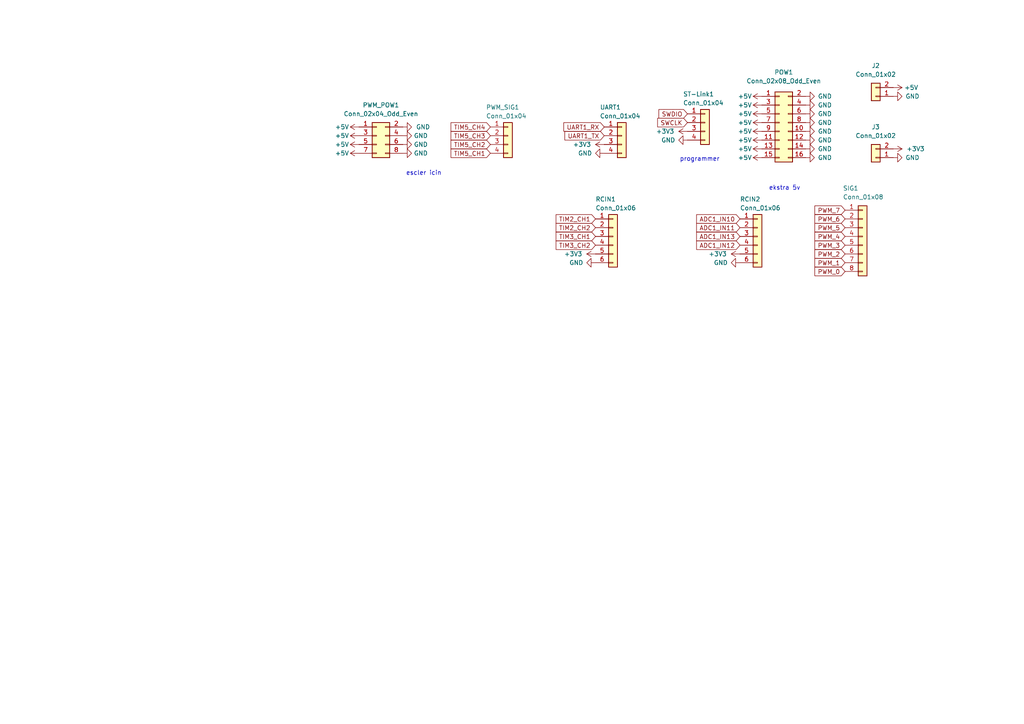
<source format=kicad_sch>
(kicad_sch
	(version 20250114)
	(generator "eeschema")
	(generator_version "9.0")
	(uuid "a674af30-52f0-4ba4-9b89-cf578fb2de7c")
	(paper "A4")
	(lib_symbols
		(symbol "Connector_Generic:Conn_01x02"
			(pin_names
				(offset 1.016)
				(hide yes)
			)
			(exclude_from_sim no)
			(in_bom yes)
			(on_board yes)
			(property "Reference" "J"
				(at 0 2.54 0)
				(effects
					(font
						(size 1.27 1.27)
					)
				)
			)
			(property "Value" "Conn_01x02"
				(at 0 -5.08 0)
				(effects
					(font
						(size 1.27 1.27)
					)
				)
			)
			(property "Footprint" ""
				(at 0 0 0)
				(effects
					(font
						(size 1.27 1.27)
					)
					(hide yes)
				)
			)
			(property "Datasheet" "~"
				(at 0 0 0)
				(effects
					(font
						(size 1.27 1.27)
					)
					(hide yes)
				)
			)
			(property "Description" "Generic connector, single row, 01x02, script generated (kicad-library-utils/schlib/autogen/connector/)"
				(at 0 0 0)
				(effects
					(font
						(size 1.27 1.27)
					)
					(hide yes)
				)
			)
			(property "ki_keywords" "connector"
				(at 0 0 0)
				(effects
					(font
						(size 1.27 1.27)
					)
					(hide yes)
				)
			)
			(property "ki_fp_filters" "Connector*:*_1x??_*"
				(at 0 0 0)
				(effects
					(font
						(size 1.27 1.27)
					)
					(hide yes)
				)
			)
			(symbol "Conn_01x02_1_1"
				(rectangle
					(start -1.27 1.27)
					(end 1.27 -3.81)
					(stroke
						(width 0.254)
						(type default)
					)
					(fill
						(type background)
					)
				)
				(rectangle
					(start -1.27 0.127)
					(end 0 -0.127)
					(stroke
						(width 0.1524)
						(type default)
					)
					(fill
						(type none)
					)
				)
				(rectangle
					(start -1.27 -2.413)
					(end 0 -2.667)
					(stroke
						(width 0.1524)
						(type default)
					)
					(fill
						(type none)
					)
				)
				(pin passive line
					(at -5.08 0 0)
					(length 3.81)
					(name "Pin_1"
						(effects
							(font
								(size 1.27 1.27)
							)
						)
					)
					(number "1"
						(effects
							(font
								(size 1.27 1.27)
							)
						)
					)
				)
				(pin passive line
					(at -5.08 -2.54 0)
					(length 3.81)
					(name "Pin_2"
						(effects
							(font
								(size 1.27 1.27)
							)
						)
					)
					(number "2"
						(effects
							(font
								(size 1.27 1.27)
							)
						)
					)
				)
			)
			(embedded_fonts no)
		)
		(symbol "Connector_Generic:Conn_01x04"
			(pin_names
				(offset 1.016)
				(hide yes)
			)
			(exclude_from_sim no)
			(in_bom yes)
			(on_board yes)
			(property "Reference" "J"
				(at 0 5.08 0)
				(effects
					(font
						(size 1.27 1.27)
					)
				)
			)
			(property "Value" "Conn_01x04"
				(at 0 -7.62 0)
				(effects
					(font
						(size 1.27 1.27)
					)
				)
			)
			(property "Footprint" ""
				(at 0 0 0)
				(effects
					(font
						(size 1.27 1.27)
					)
					(hide yes)
				)
			)
			(property "Datasheet" "~"
				(at 0 0 0)
				(effects
					(font
						(size 1.27 1.27)
					)
					(hide yes)
				)
			)
			(property "Description" "Generic connector, single row, 01x04, script generated (kicad-library-utils/schlib/autogen/connector/)"
				(at 0 0 0)
				(effects
					(font
						(size 1.27 1.27)
					)
					(hide yes)
				)
			)
			(property "ki_keywords" "connector"
				(at 0 0 0)
				(effects
					(font
						(size 1.27 1.27)
					)
					(hide yes)
				)
			)
			(property "ki_fp_filters" "Connector*:*_1x??_*"
				(at 0 0 0)
				(effects
					(font
						(size 1.27 1.27)
					)
					(hide yes)
				)
			)
			(symbol "Conn_01x04_1_1"
				(rectangle
					(start -1.27 3.81)
					(end 1.27 -6.35)
					(stroke
						(width 0.254)
						(type default)
					)
					(fill
						(type background)
					)
				)
				(rectangle
					(start -1.27 2.667)
					(end 0 2.413)
					(stroke
						(width 0.1524)
						(type default)
					)
					(fill
						(type none)
					)
				)
				(rectangle
					(start -1.27 0.127)
					(end 0 -0.127)
					(stroke
						(width 0.1524)
						(type default)
					)
					(fill
						(type none)
					)
				)
				(rectangle
					(start -1.27 -2.413)
					(end 0 -2.667)
					(stroke
						(width 0.1524)
						(type default)
					)
					(fill
						(type none)
					)
				)
				(rectangle
					(start -1.27 -4.953)
					(end 0 -5.207)
					(stroke
						(width 0.1524)
						(type default)
					)
					(fill
						(type none)
					)
				)
				(pin passive line
					(at -5.08 2.54 0)
					(length 3.81)
					(name "Pin_1"
						(effects
							(font
								(size 1.27 1.27)
							)
						)
					)
					(number "1"
						(effects
							(font
								(size 1.27 1.27)
							)
						)
					)
				)
				(pin passive line
					(at -5.08 0 0)
					(length 3.81)
					(name "Pin_2"
						(effects
							(font
								(size 1.27 1.27)
							)
						)
					)
					(number "2"
						(effects
							(font
								(size 1.27 1.27)
							)
						)
					)
				)
				(pin passive line
					(at -5.08 -2.54 0)
					(length 3.81)
					(name "Pin_3"
						(effects
							(font
								(size 1.27 1.27)
							)
						)
					)
					(number "3"
						(effects
							(font
								(size 1.27 1.27)
							)
						)
					)
				)
				(pin passive line
					(at -5.08 -5.08 0)
					(length 3.81)
					(name "Pin_4"
						(effects
							(font
								(size 1.27 1.27)
							)
						)
					)
					(number "4"
						(effects
							(font
								(size 1.27 1.27)
							)
						)
					)
				)
			)
			(embedded_fonts no)
		)
		(symbol "Connector_Generic:Conn_01x06"
			(pin_names
				(offset 1.016)
				(hide yes)
			)
			(exclude_from_sim no)
			(in_bom yes)
			(on_board yes)
			(property "Reference" "J"
				(at 0 7.62 0)
				(effects
					(font
						(size 1.27 1.27)
					)
				)
			)
			(property "Value" "Conn_01x06"
				(at 0 -10.16 0)
				(effects
					(font
						(size 1.27 1.27)
					)
				)
			)
			(property "Footprint" ""
				(at 0 0 0)
				(effects
					(font
						(size 1.27 1.27)
					)
					(hide yes)
				)
			)
			(property "Datasheet" "~"
				(at 0 0 0)
				(effects
					(font
						(size 1.27 1.27)
					)
					(hide yes)
				)
			)
			(property "Description" "Generic connector, single row, 01x06, script generated (kicad-library-utils/schlib/autogen/connector/)"
				(at 0 0 0)
				(effects
					(font
						(size 1.27 1.27)
					)
					(hide yes)
				)
			)
			(property "ki_keywords" "connector"
				(at 0 0 0)
				(effects
					(font
						(size 1.27 1.27)
					)
					(hide yes)
				)
			)
			(property "ki_fp_filters" "Connector*:*_1x??_*"
				(at 0 0 0)
				(effects
					(font
						(size 1.27 1.27)
					)
					(hide yes)
				)
			)
			(symbol "Conn_01x06_1_1"
				(rectangle
					(start -1.27 6.35)
					(end 1.27 -8.89)
					(stroke
						(width 0.254)
						(type default)
					)
					(fill
						(type background)
					)
				)
				(rectangle
					(start -1.27 5.207)
					(end 0 4.953)
					(stroke
						(width 0.1524)
						(type default)
					)
					(fill
						(type none)
					)
				)
				(rectangle
					(start -1.27 2.667)
					(end 0 2.413)
					(stroke
						(width 0.1524)
						(type default)
					)
					(fill
						(type none)
					)
				)
				(rectangle
					(start -1.27 0.127)
					(end 0 -0.127)
					(stroke
						(width 0.1524)
						(type default)
					)
					(fill
						(type none)
					)
				)
				(rectangle
					(start -1.27 -2.413)
					(end 0 -2.667)
					(stroke
						(width 0.1524)
						(type default)
					)
					(fill
						(type none)
					)
				)
				(rectangle
					(start -1.27 -4.953)
					(end 0 -5.207)
					(stroke
						(width 0.1524)
						(type default)
					)
					(fill
						(type none)
					)
				)
				(rectangle
					(start -1.27 -7.493)
					(end 0 -7.747)
					(stroke
						(width 0.1524)
						(type default)
					)
					(fill
						(type none)
					)
				)
				(pin passive line
					(at -5.08 5.08 0)
					(length 3.81)
					(name "Pin_1"
						(effects
							(font
								(size 1.27 1.27)
							)
						)
					)
					(number "1"
						(effects
							(font
								(size 1.27 1.27)
							)
						)
					)
				)
				(pin passive line
					(at -5.08 2.54 0)
					(length 3.81)
					(name "Pin_2"
						(effects
							(font
								(size 1.27 1.27)
							)
						)
					)
					(number "2"
						(effects
							(font
								(size 1.27 1.27)
							)
						)
					)
				)
				(pin passive line
					(at -5.08 0 0)
					(length 3.81)
					(name "Pin_3"
						(effects
							(font
								(size 1.27 1.27)
							)
						)
					)
					(number "3"
						(effects
							(font
								(size 1.27 1.27)
							)
						)
					)
				)
				(pin passive line
					(at -5.08 -2.54 0)
					(length 3.81)
					(name "Pin_4"
						(effects
							(font
								(size 1.27 1.27)
							)
						)
					)
					(number "4"
						(effects
							(font
								(size 1.27 1.27)
							)
						)
					)
				)
				(pin passive line
					(at -5.08 -5.08 0)
					(length 3.81)
					(name "Pin_5"
						(effects
							(font
								(size 1.27 1.27)
							)
						)
					)
					(number "5"
						(effects
							(font
								(size 1.27 1.27)
							)
						)
					)
				)
				(pin passive line
					(at -5.08 -7.62 0)
					(length 3.81)
					(name "Pin_6"
						(effects
							(font
								(size 1.27 1.27)
							)
						)
					)
					(number "6"
						(effects
							(font
								(size 1.27 1.27)
							)
						)
					)
				)
			)
			(embedded_fonts no)
		)
		(symbol "Connector_Generic:Conn_01x08"
			(pin_names
				(offset 1.016)
				(hide yes)
			)
			(exclude_from_sim no)
			(in_bom yes)
			(on_board yes)
			(property "Reference" "J"
				(at 0 10.16 0)
				(effects
					(font
						(size 1.27 1.27)
					)
				)
			)
			(property "Value" "Conn_01x08"
				(at 0 -12.7 0)
				(effects
					(font
						(size 1.27 1.27)
					)
				)
			)
			(property "Footprint" ""
				(at 0 0 0)
				(effects
					(font
						(size 1.27 1.27)
					)
					(hide yes)
				)
			)
			(property "Datasheet" "~"
				(at 0 0 0)
				(effects
					(font
						(size 1.27 1.27)
					)
					(hide yes)
				)
			)
			(property "Description" "Generic connector, single row, 01x08, script generated (kicad-library-utils/schlib/autogen/connector/)"
				(at 0 0 0)
				(effects
					(font
						(size 1.27 1.27)
					)
					(hide yes)
				)
			)
			(property "ki_keywords" "connector"
				(at 0 0 0)
				(effects
					(font
						(size 1.27 1.27)
					)
					(hide yes)
				)
			)
			(property "ki_fp_filters" "Connector*:*_1x??_*"
				(at 0 0 0)
				(effects
					(font
						(size 1.27 1.27)
					)
					(hide yes)
				)
			)
			(symbol "Conn_01x08_1_1"
				(rectangle
					(start -1.27 8.89)
					(end 1.27 -11.43)
					(stroke
						(width 0.254)
						(type default)
					)
					(fill
						(type background)
					)
				)
				(rectangle
					(start -1.27 7.747)
					(end 0 7.493)
					(stroke
						(width 0.1524)
						(type default)
					)
					(fill
						(type none)
					)
				)
				(rectangle
					(start -1.27 5.207)
					(end 0 4.953)
					(stroke
						(width 0.1524)
						(type default)
					)
					(fill
						(type none)
					)
				)
				(rectangle
					(start -1.27 2.667)
					(end 0 2.413)
					(stroke
						(width 0.1524)
						(type default)
					)
					(fill
						(type none)
					)
				)
				(rectangle
					(start -1.27 0.127)
					(end 0 -0.127)
					(stroke
						(width 0.1524)
						(type default)
					)
					(fill
						(type none)
					)
				)
				(rectangle
					(start -1.27 -2.413)
					(end 0 -2.667)
					(stroke
						(width 0.1524)
						(type default)
					)
					(fill
						(type none)
					)
				)
				(rectangle
					(start -1.27 -4.953)
					(end 0 -5.207)
					(stroke
						(width 0.1524)
						(type default)
					)
					(fill
						(type none)
					)
				)
				(rectangle
					(start -1.27 -7.493)
					(end 0 -7.747)
					(stroke
						(width 0.1524)
						(type default)
					)
					(fill
						(type none)
					)
				)
				(rectangle
					(start -1.27 -10.033)
					(end 0 -10.287)
					(stroke
						(width 0.1524)
						(type default)
					)
					(fill
						(type none)
					)
				)
				(pin passive line
					(at -5.08 7.62 0)
					(length 3.81)
					(name "Pin_1"
						(effects
							(font
								(size 1.27 1.27)
							)
						)
					)
					(number "1"
						(effects
							(font
								(size 1.27 1.27)
							)
						)
					)
				)
				(pin passive line
					(at -5.08 5.08 0)
					(length 3.81)
					(name "Pin_2"
						(effects
							(font
								(size 1.27 1.27)
							)
						)
					)
					(number "2"
						(effects
							(font
								(size 1.27 1.27)
							)
						)
					)
				)
				(pin passive line
					(at -5.08 2.54 0)
					(length 3.81)
					(name "Pin_3"
						(effects
							(font
								(size 1.27 1.27)
							)
						)
					)
					(number "3"
						(effects
							(font
								(size 1.27 1.27)
							)
						)
					)
				)
				(pin passive line
					(at -5.08 0 0)
					(length 3.81)
					(name "Pin_4"
						(effects
							(font
								(size 1.27 1.27)
							)
						)
					)
					(number "4"
						(effects
							(font
								(size 1.27 1.27)
							)
						)
					)
				)
				(pin passive line
					(at -5.08 -2.54 0)
					(length 3.81)
					(name "Pin_5"
						(effects
							(font
								(size 1.27 1.27)
							)
						)
					)
					(number "5"
						(effects
							(font
								(size 1.27 1.27)
							)
						)
					)
				)
				(pin passive line
					(at -5.08 -5.08 0)
					(length 3.81)
					(name "Pin_6"
						(effects
							(font
								(size 1.27 1.27)
							)
						)
					)
					(number "6"
						(effects
							(font
								(size 1.27 1.27)
							)
						)
					)
				)
				(pin passive line
					(at -5.08 -7.62 0)
					(length 3.81)
					(name "Pin_7"
						(effects
							(font
								(size 1.27 1.27)
							)
						)
					)
					(number "7"
						(effects
							(font
								(size 1.27 1.27)
							)
						)
					)
				)
				(pin passive line
					(at -5.08 -10.16 0)
					(length 3.81)
					(name "Pin_8"
						(effects
							(font
								(size 1.27 1.27)
							)
						)
					)
					(number "8"
						(effects
							(font
								(size 1.27 1.27)
							)
						)
					)
				)
			)
			(embedded_fonts no)
		)
		(symbol "Connector_Generic:Conn_02x04_Odd_Even"
			(pin_names
				(offset 1.016)
				(hide yes)
			)
			(exclude_from_sim no)
			(in_bom yes)
			(on_board yes)
			(property "Reference" "J"
				(at 1.27 5.08 0)
				(effects
					(font
						(size 1.27 1.27)
					)
				)
			)
			(property "Value" "Conn_02x04_Odd_Even"
				(at 1.27 -7.62 0)
				(effects
					(font
						(size 1.27 1.27)
					)
				)
			)
			(property "Footprint" ""
				(at 0 0 0)
				(effects
					(font
						(size 1.27 1.27)
					)
					(hide yes)
				)
			)
			(property "Datasheet" "~"
				(at 0 0 0)
				(effects
					(font
						(size 1.27 1.27)
					)
					(hide yes)
				)
			)
			(property "Description" "Generic connector, double row, 02x04, odd/even pin numbering scheme (row 1 odd numbers, row 2 even numbers), script generated (kicad-library-utils/schlib/autogen/connector/)"
				(at 0 0 0)
				(effects
					(font
						(size 1.27 1.27)
					)
					(hide yes)
				)
			)
			(property "ki_keywords" "connector"
				(at 0 0 0)
				(effects
					(font
						(size 1.27 1.27)
					)
					(hide yes)
				)
			)
			(property "ki_fp_filters" "Connector*:*_2x??_*"
				(at 0 0 0)
				(effects
					(font
						(size 1.27 1.27)
					)
					(hide yes)
				)
			)
			(symbol "Conn_02x04_Odd_Even_1_1"
				(rectangle
					(start -1.27 3.81)
					(end 3.81 -6.35)
					(stroke
						(width 0.254)
						(type default)
					)
					(fill
						(type background)
					)
				)
				(rectangle
					(start -1.27 2.667)
					(end 0 2.413)
					(stroke
						(width 0.1524)
						(type default)
					)
					(fill
						(type none)
					)
				)
				(rectangle
					(start -1.27 0.127)
					(end 0 -0.127)
					(stroke
						(width 0.1524)
						(type default)
					)
					(fill
						(type none)
					)
				)
				(rectangle
					(start -1.27 -2.413)
					(end 0 -2.667)
					(stroke
						(width 0.1524)
						(type default)
					)
					(fill
						(type none)
					)
				)
				(rectangle
					(start -1.27 -4.953)
					(end 0 -5.207)
					(stroke
						(width 0.1524)
						(type default)
					)
					(fill
						(type none)
					)
				)
				(rectangle
					(start 3.81 2.667)
					(end 2.54 2.413)
					(stroke
						(width 0.1524)
						(type default)
					)
					(fill
						(type none)
					)
				)
				(rectangle
					(start 3.81 0.127)
					(end 2.54 -0.127)
					(stroke
						(width 0.1524)
						(type default)
					)
					(fill
						(type none)
					)
				)
				(rectangle
					(start 3.81 -2.413)
					(end 2.54 -2.667)
					(stroke
						(width 0.1524)
						(type default)
					)
					(fill
						(type none)
					)
				)
				(rectangle
					(start 3.81 -4.953)
					(end 2.54 -5.207)
					(stroke
						(width 0.1524)
						(type default)
					)
					(fill
						(type none)
					)
				)
				(pin passive line
					(at -5.08 2.54 0)
					(length 3.81)
					(name "Pin_1"
						(effects
							(font
								(size 1.27 1.27)
							)
						)
					)
					(number "1"
						(effects
							(font
								(size 1.27 1.27)
							)
						)
					)
				)
				(pin passive line
					(at -5.08 0 0)
					(length 3.81)
					(name "Pin_3"
						(effects
							(font
								(size 1.27 1.27)
							)
						)
					)
					(number "3"
						(effects
							(font
								(size 1.27 1.27)
							)
						)
					)
				)
				(pin passive line
					(at -5.08 -2.54 0)
					(length 3.81)
					(name "Pin_5"
						(effects
							(font
								(size 1.27 1.27)
							)
						)
					)
					(number "5"
						(effects
							(font
								(size 1.27 1.27)
							)
						)
					)
				)
				(pin passive line
					(at -5.08 -5.08 0)
					(length 3.81)
					(name "Pin_7"
						(effects
							(font
								(size 1.27 1.27)
							)
						)
					)
					(number "7"
						(effects
							(font
								(size 1.27 1.27)
							)
						)
					)
				)
				(pin passive line
					(at 7.62 2.54 180)
					(length 3.81)
					(name "Pin_2"
						(effects
							(font
								(size 1.27 1.27)
							)
						)
					)
					(number "2"
						(effects
							(font
								(size 1.27 1.27)
							)
						)
					)
				)
				(pin passive line
					(at 7.62 0 180)
					(length 3.81)
					(name "Pin_4"
						(effects
							(font
								(size 1.27 1.27)
							)
						)
					)
					(number "4"
						(effects
							(font
								(size 1.27 1.27)
							)
						)
					)
				)
				(pin passive line
					(at 7.62 -2.54 180)
					(length 3.81)
					(name "Pin_6"
						(effects
							(font
								(size 1.27 1.27)
							)
						)
					)
					(number "6"
						(effects
							(font
								(size 1.27 1.27)
							)
						)
					)
				)
				(pin passive line
					(at 7.62 -5.08 180)
					(length 3.81)
					(name "Pin_8"
						(effects
							(font
								(size 1.27 1.27)
							)
						)
					)
					(number "8"
						(effects
							(font
								(size 1.27 1.27)
							)
						)
					)
				)
			)
			(embedded_fonts no)
		)
		(symbol "Connector_Generic:Conn_02x08_Odd_Even"
			(pin_names
				(offset 1.016)
				(hide yes)
			)
			(exclude_from_sim no)
			(in_bom yes)
			(on_board yes)
			(property "Reference" "J"
				(at 1.27 10.16 0)
				(effects
					(font
						(size 1.27 1.27)
					)
				)
			)
			(property "Value" "Conn_02x08_Odd_Even"
				(at 1.27 -12.7 0)
				(effects
					(font
						(size 1.27 1.27)
					)
				)
			)
			(property "Footprint" ""
				(at 0 0 0)
				(effects
					(font
						(size 1.27 1.27)
					)
					(hide yes)
				)
			)
			(property "Datasheet" "~"
				(at 0 0 0)
				(effects
					(font
						(size 1.27 1.27)
					)
					(hide yes)
				)
			)
			(property "Description" "Generic connector, double row, 02x08, odd/even pin numbering scheme (row 1 odd numbers, row 2 even numbers), script generated (kicad-library-utils/schlib/autogen/connector/)"
				(at 0 0 0)
				(effects
					(font
						(size 1.27 1.27)
					)
					(hide yes)
				)
			)
			(property "ki_keywords" "connector"
				(at 0 0 0)
				(effects
					(font
						(size 1.27 1.27)
					)
					(hide yes)
				)
			)
			(property "ki_fp_filters" "Connector*:*_2x??_*"
				(at 0 0 0)
				(effects
					(font
						(size 1.27 1.27)
					)
					(hide yes)
				)
			)
			(symbol "Conn_02x08_Odd_Even_1_1"
				(rectangle
					(start -1.27 8.89)
					(end 3.81 -11.43)
					(stroke
						(width 0.254)
						(type default)
					)
					(fill
						(type background)
					)
				)
				(rectangle
					(start -1.27 7.747)
					(end 0 7.493)
					(stroke
						(width 0.1524)
						(type default)
					)
					(fill
						(type none)
					)
				)
				(rectangle
					(start -1.27 5.207)
					(end 0 4.953)
					(stroke
						(width 0.1524)
						(type default)
					)
					(fill
						(type none)
					)
				)
				(rectangle
					(start -1.27 2.667)
					(end 0 2.413)
					(stroke
						(width 0.1524)
						(type default)
					)
					(fill
						(type none)
					)
				)
				(rectangle
					(start -1.27 0.127)
					(end 0 -0.127)
					(stroke
						(width 0.1524)
						(type default)
					)
					(fill
						(type none)
					)
				)
				(rectangle
					(start -1.27 -2.413)
					(end 0 -2.667)
					(stroke
						(width 0.1524)
						(type default)
					)
					(fill
						(type none)
					)
				)
				(rectangle
					(start -1.27 -4.953)
					(end 0 -5.207)
					(stroke
						(width 0.1524)
						(type default)
					)
					(fill
						(type none)
					)
				)
				(rectangle
					(start -1.27 -7.493)
					(end 0 -7.747)
					(stroke
						(width 0.1524)
						(type default)
					)
					(fill
						(type none)
					)
				)
				(rectangle
					(start -1.27 -10.033)
					(end 0 -10.287)
					(stroke
						(width 0.1524)
						(type default)
					)
					(fill
						(type none)
					)
				)
				(rectangle
					(start 3.81 7.747)
					(end 2.54 7.493)
					(stroke
						(width 0.1524)
						(type default)
					)
					(fill
						(type none)
					)
				)
				(rectangle
					(start 3.81 5.207)
					(end 2.54 4.953)
					(stroke
						(width 0.1524)
						(type default)
					)
					(fill
						(type none)
					)
				)
				(rectangle
					(start 3.81 2.667)
					(end 2.54 2.413)
					(stroke
						(width 0.1524)
						(type default)
					)
					(fill
						(type none)
					)
				)
				(rectangle
					(start 3.81 0.127)
					(end 2.54 -0.127)
					(stroke
						(width 0.1524)
						(type default)
					)
					(fill
						(type none)
					)
				)
				(rectangle
					(start 3.81 -2.413)
					(end 2.54 -2.667)
					(stroke
						(width 0.1524)
						(type default)
					)
					(fill
						(type none)
					)
				)
				(rectangle
					(start 3.81 -4.953)
					(end 2.54 -5.207)
					(stroke
						(width 0.1524)
						(type default)
					)
					(fill
						(type none)
					)
				)
				(rectangle
					(start 3.81 -7.493)
					(end 2.54 -7.747)
					(stroke
						(width 0.1524)
						(type default)
					)
					(fill
						(type none)
					)
				)
				(rectangle
					(start 3.81 -10.033)
					(end 2.54 -10.287)
					(stroke
						(width 0.1524)
						(type default)
					)
					(fill
						(type none)
					)
				)
				(pin passive line
					(at -5.08 7.62 0)
					(length 3.81)
					(name "Pin_1"
						(effects
							(font
								(size 1.27 1.27)
							)
						)
					)
					(number "1"
						(effects
							(font
								(size 1.27 1.27)
							)
						)
					)
				)
				(pin passive line
					(at -5.08 5.08 0)
					(length 3.81)
					(name "Pin_3"
						(effects
							(font
								(size 1.27 1.27)
							)
						)
					)
					(number "3"
						(effects
							(font
								(size 1.27 1.27)
							)
						)
					)
				)
				(pin passive line
					(at -5.08 2.54 0)
					(length 3.81)
					(name "Pin_5"
						(effects
							(font
								(size 1.27 1.27)
							)
						)
					)
					(number "5"
						(effects
							(font
								(size 1.27 1.27)
							)
						)
					)
				)
				(pin passive line
					(at -5.08 0 0)
					(length 3.81)
					(name "Pin_7"
						(effects
							(font
								(size 1.27 1.27)
							)
						)
					)
					(number "7"
						(effects
							(font
								(size 1.27 1.27)
							)
						)
					)
				)
				(pin passive line
					(at -5.08 -2.54 0)
					(length 3.81)
					(name "Pin_9"
						(effects
							(font
								(size 1.27 1.27)
							)
						)
					)
					(number "9"
						(effects
							(font
								(size 1.27 1.27)
							)
						)
					)
				)
				(pin passive line
					(at -5.08 -5.08 0)
					(length 3.81)
					(name "Pin_11"
						(effects
							(font
								(size 1.27 1.27)
							)
						)
					)
					(number "11"
						(effects
							(font
								(size 1.27 1.27)
							)
						)
					)
				)
				(pin passive line
					(at -5.08 -7.62 0)
					(length 3.81)
					(name "Pin_13"
						(effects
							(font
								(size 1.27 1.27)
							)
						)
					)
					(number "13"
						(effects
							(font
								(size 1.27 1.27)
							)
						)
					)
				)
				(pin passive line
					(at -5.08 -10.16 0)
					(length 3.81)
					(name "Pin_15"
						(effects
							(font
								(size 1.27 1.27)
							)
						)
					)
					(number "15"
						(effects
							(font
								(size 1.27 1.27)
							)
						)
					)
				)
				(pin passive line
					(at 7.62 7.62 180)
					(length 3.81)
					(name "Pin_2"
						(effects
							(font
								(size 1.27 1.27)
							)
						)
					)
					(number "2"
						(effects
							(font
								(size 1.27 1.27)
							)
						)
					)
				)
				(pin passive line
					(at 7.62 5.08 180)
					(length 3.81)
					(name "Pin_4"
						(effects
							(font
								(size 1.27 1.27)
							)
						)
					)
					(number "4"
						(effects
							(font
								(size 1.27 1.27)
							)
						)
					)
				)
				(pin passive line
					(at 7.62 2.54 180)
					(length 3.81)
					(name "Pin_6"
						(effects
							(font
								(size 1.27 1.27)
							)
						)
					)
					(number "6"
						(effects
							(font
								(size 1.27 1.27)
							)
						)
					)
				)
				(pin passive line
					(at 7.62 0 180)
					(length 3.81)
					(name "Pin_8"
						(effects
							(font
								(size 1.27 1.27)
							)
						)
					)
					(number "8"
						(effects
							(font
								(size 1.27 1.27)
							)
						)
					)
				)
				(pin passive line
					(at 7.62 -2.54 180)
					(length 3.81)
					(name "Pin_10"
						(effects
							(font
								(size 1.27 1.27)
							)
						)
					)
					(number "10"
						(effects
							(font
								(size 1.27 1.27)
							)
						)
					)
				)
				(pin passive line
					(at 7.62 -5.08 180)
					(length 3.81)
					(name "Pin_12"
						(effects
							(font
								(size 1.27 1.27)
							)
						)
					)
					(number "12"
						(effects
							(font
								(size 1.27 1.27)
							)
						)
					)
				)
				(pin passive line
					(at 7.62 -7.62 180)
					(length 3.81)
					(name "Pin_14"
						(effects
							(font
								(size 1.27 1.27)
							)
						)
					)
					(number "14"
						(effects
							(font
								(size 1.27 1.27)
							)
						)
					)
				)
				(pin passive line
					(at 7.62 -10.16 180)
					(length 3.81)
					(name "Pin_16"
						(effects
							(font
								(size 1.27 1.27)
							)
						)
					)
					(number "16"
						(effects
							(font
								(size 1.27 1.27)
							)
						)
					)
				)
			)
			(embedded_fonts no)
		)
		(symbol "power:+3.3V"
			(power)
			(pin_names
				(offset 0)
			)
			(exclude_from_sim no)
			(in_bom yes)
			(on_board yes)
			(property "Reference" "#PWR"
				(at 0 -3.81 0)
				(effects
					(font
						(size 1.27 1.27)
					)
					(hide yes)
				)
			)
			(property "Value" "+3.3V"
				(at 0 3.556 0)
				(effects
					(font
						(size 1.27 1.27)
					)
				)
			)
			(property "Footprint" ""
				(at 0 0 0)
				(effects
					(font
						(size 1.27 1.27)
					)
					(hide yes)
				)
			)
			(property "Datasheet" ""
				(at 0 0 0)
				(effects
					(font
						(size 1.27 1.27)
					)
					(hide yes)
				)
			)
			(property "Description" "Power symbol creates a global label with name \"+3.3V\""
				(at 0 0 0)
				(effects
					(font
						(size 1.27 1.27)
					)
					(hide yes)
				)
			)
			(property "ki_keywords" "power-flag"
				(at 0 0 0)
				(effects
					(font
						(size 1.27 1.27)
					)
					(hide yes)
				)
			)
			(symbol "+3.3V_0_1"
				(polyline
					(pts
						(xy -0.762 1.27) (xy 0 2.54)
					)
					(stroke
						(width 0)
						(type default)
					)
					(fill
						(type none)
					)
				)
				(polyline
					(pts
						(xy 0 2.54) (xy 0.762 1.27)
					)
					(stroke
						(width 0)
						(type default)
					)
					(fill
						(type none)
					)
				)
				(polyline
					(pts
						(xy 0 0) (xy 0 2.54)
					)
					(stroke
						(width 0)
						(type default)
					)
					(fill
						(type none)
					)
				)
			)
			(symbol "+3.3V_1_1"
				(pin power_in line
					(at 0 0 90)
					(length 0)
					(hide yes)
					(name "+3V3"
						(effects
							(font
								(size 1.27 1.27)
							)
						)
					)
					(number "1"
						(effects
							(font
								(size 1.27 1.27)
							)
						)
					)
				)
			)
			(embedded_fonts no)
		)
		(symbol "power:+5V"
			(power)
			(pin_names
				(offset 0)
			)
			(exclude_from_sim no)
			(in_bom yes)
			(on_board yes)
			(property "Reference" "#PWR"
				(at 0 -3.81 0)
				(effects
					(font
						(size 1.27 1.27)
					)
					(hide yes)
				)
			)
			(property "Value" "+5V"
				(at 0 3.556 0)
				(effects
					(font
						(size 1.27 1.27)
					)
				)
			)
			(property "Footprint" ""
				(at 0 0 0)
				(effects
					(font
						(size 1.27 1.27)
					)
					(hide yes)
				)
			)
			(property "Datasheet" ""
				(at 0 0 0)
				(effects
					(font
						(size 1.27 1.27)
					)
					(hide yes)
				)
			)
			(property "Description" "Power symbol creates a global label with name \"+5V\""
				(at 0 0 0)
				(effects
					(font
						(size 1.27 1.27)
					)
					(hide yes)
				)
			)
			(property "ki_keywords" "power-flag"
				(at 0 0 0)
				(effects
					(font
						(size 1.27 1.27)
					)
					(hide yes)
				)
			)
			(symbol "+5V_0_1"
				(polyline
					(pts
						(xy -0.762 1.27) (xy 0 2.54)
					)
					(stroke
						(width 0)
						(type default)
					)
					(fill
						(type none)
					)
				)
				(polyline
					(pts
						(xy 0 2.54) (xy 0.762 1.27)
					)
					(stroke
						(width 0)
						(type default)
					)
					(fill
						(type none)
					)
				)
				(polyline
					(pts
						(xy 0 0) (xy 0 2.54)
					)
					(stroke
						(width 0)
						(type default)
					)
					(fill
						(type none)
					)
				)
			)
			(symbol "+5V_1_1"
				(pin power_in line
					(at 0 0 90)
					(length 0)
					(hide yes)
					(name "+5V"
						(effects
							(font
								(size 1.27 1.27)
							)
						)
					)
					(number "1"
						(effects
							(font
								(size 1.27 1.27)
							)
						)
					)
				)
			)
			(embedded_fonts no)
		)
		(symbol "power:GND"
			(power)
			(pin_names
				(offset 0)
			)
			(exclude_from_sim no)
			(in_bom yes)
			(on_board yes)
			(property "Reference" "#PWR"
				(at 0 -6.35 0)
				(effects
					(font
						(size 1.27 1.27)
					)
					(hide yes)
				)
			)
			(property "Value" "GND"
				(at 0 -3.81 0)
				(effects
					(font
						(size 1.27 1.27)
					)
				)
			)
			(property "Footprint" ""
				(at 0 0 0)
				(effects
					(font
						(size 1.27 1.27)
					)
					(hide yes)
				)
			)
			(property "Datasheet" ""
				(at 0 0 0)
				(effects
					(font
						(size 1.27 1.27)
					)
					(hide yes)
				)
			)
			(property "Description" "Power symbol creates a global label with name \"GND\" , ground"
				(at 0 0 0)
				(effects
					(font
						(size 1.27 1.27)
					)
					(hide yes)
				)
			)
			(property "ki_keywords" "power-flag"
				(at 0 0 0)
				(effects
					(font
						(size 1.27 1.27)
					)
					(hide yes)
				)
			)
			(symbol "GND_0_1"
				(polyline
					(pts
						(xy 0 0) (xy 0 -1.27) (xy 1.27 -1.27) (xy 0 -2.54) (xy -1.27 -1.27) (xy 0 -1.27)
					)
					(stroke
						(width 0)
						(type default)
					)
					(fill
						(type none)
					)
				)
			)
			(symbol "GND_1_1"
				(pin power_in line
					(at 0 0 270)
					(length 0)
					(hide yes)
					(name "GND"
						(effects
							(font
								(size 1.27 1.27)
							)
						)
					)
					(number "1"
						(effects
							(font
								(size 1.27 1.27)
							)
						)
					)
				)
			)
			(embedded_fonts no)
		)
	)
	(text "programmer"
		(exclude_from_sim no)
		(at 202.946 46.228 0)
		(effects
			(font
				(size 1.27 1.27)
			)
		)
		(uuid "08a24a29-5d54-43e6-9855-d018caca801c")
	)
	(text "ekstra 5v\n"
		(exclude_from_sim no)
		(at 227.584 54.61 0)
		(effects
			(font
				(size 1.27 1.27)
			)
		)
		(uuid "4c75f890-426f-431e-966e-56626f54c7c4")
	)
	(text "escler icin"
		(exclude_from_sim no)
		(at 122.936 50.292 0)
		(effects
			(font
				(size 1.27 1.27)
			)
		)
		(uuid "8d1159fe-3abe-4188-9946-cf60816a3df4")
	)
	(global_label "PWM_6"
		(shape input)
		(at 245.11 63.5 180)
		(fields_autoplaced yes)
		(effects
			(font
				(size 1.27 1.27)
			)
			(justify right)
		)
		(uuid "1cffbe2c-3f9b-4dec-a62e-d56d21d2b94f")
		(property "Intersheetrefs" "${INTERSHEET_REFS}"
			(at 236.3469 63.5794 0)
			(effects
				(font
					(size 1.27 1.27)
				)
				(justify right)
				(hide yes)
			)
		)
	)
	(global_label "PWM_4"
		(shape input)
		(at 245.11 68.58 180)
		(fields_autoplaced yes)
		(effects
			(font
				(size 1.27 1.27)
			)
			(justify right)
		)
		(uuid "2d91b578-8f35-4f29-a303-c38c7f00ae60")
		(property "Intersheetrefs" "${INTERSHEET_REFS}"
			(at 236.3469 68.6594 0)
			(effects
				(font
					(size 1.27 1.27)
				)
				(justify right)
				(hide yes)
			)
		)
	)
	(global_label "TIM2_CH2"
		(shape input)
		(at 172.72 66.04 180)
		(fields_autoplaced yes)
		(effects
			(font
				(size 1.27 1.27)
			)
			(justify right)
		)
		(uuid "413e9d7a-2862-4779-9eea-530cedb9141b")
		(property "Intersheetrefs" "${INTERSHEET_REFS}"
			(at 161.2959 66.1194 0)
			(effects
				(font
					(size 1.27 1.27)
				)
				(justify right)
				(hide yes)
			)
		)
	)
	(global_label "TIM2_CH1"
		(shape input)
		(at 172.72 63.5 180)
		(fields_autoplaced yes)
		(effects
			(font
				(size 1.27 1.27)
			)
			(justify right)
		)
		(uuid "51a976f4-3796-469f-9d63-382f4df53e99")
		(property "Intersheetrefs" "${INTERSHEET_REFS}"
			(at 161.2959 63.5794 0)
			(effects
				(font
					(size 1.27 1.27)
				)
				(justify right)
				(hide yes)
			)
		)
	)
	(global_label "ADC1_IN12"
		(shape input)
		(at 214.63 71.12 180)
		(fields_autoplaced yes)
		(effects
			(font
				(size 1.27 1.27)
			)
			(justify right)
		)
		(uuid "533cca23-3b1c-4a1c-9528-188da87e0e95")
		(property "Intersheetrefs" "${INTERSHEET_REFS}"
			(at 202.0569 71.0406 0)
			(effects
				(font
					(size 1.27 1.27)
				)
				(justify right)
				(hide yes)
			)
		)
	)
	(global_label "ADC1_IN11"
		(shape input)
		(at 214.63 66.04 180)
		(fields_autoplaced yes)
		(effects
			(font
				(size 1.27 1.27)
			)
			(justify right)
		)
		(uuid "5d60162c-044e-401c-8150-e7ca5a25871e")
		(property "Intersheetrefs" "${INTERSHEET_REFS}"
			(at 202.0569 65.9606 0)
			(effects
				(font
					(size 1.27 1.27)
				)
				(justify right)
				(hide yes)
			)
		)
	)
	(global_label "ADC1_IN13"
		(shape input)
		(at 214.63 68.58 180)
		(fields_autoplaced yes)
		(effects
			(font
				(size 1.27 1.27)
			)
			(justify right)
		)
		(uuid "671487cf-d03c-4112-8aad-0a54bb58d25d")
		(property "Intersheetrefs" "${INTERSHEET_REFS}"
			(at 202.0569 68.5006 0)
			(effects
				(font
					(size 1.27 1.27)
				)
				(justify right)
				(hide yes)
			)
		)
	)
	(global_label "TIM5_CH3"
		(shape input)
		(at 142.24 39.37 180)
		(fields_autoplaced yes)
		(effects
			(font
				(size 1.27 1.27)
			)
			(justify right)
		)
		(uuid "6831af35-120f-4131-af7b-84eaf2438711")
		(property "Intersheetrefs" "${INTERSHEET_REFS}"
			(at 130.8159 39.4494 0)
			(effects
				(font
					(size 1.27 1.27)
				)
				(justify right)
				(hide yes)
			)
		)
	)
	(global_label "PWM_2"
		(shape input)
		(at 245.11 73.66 180)
		(fields_autoplaced yes)
		(effects
			(font
				(size 1.27 1.27)
			)
			(justify right)
		)
		(uuid "717aa706-e8d9-41a5-a306-dcad56321b29")
		(property "Intersheetrefs" "${INTERSHEET_REFS}"
			(at 236.3469 73.7394 0)
			(effects
				(font
					(size 1.27 1.27)
				)
				(justify right)
				(hide yes)
			)
		)
	)
	(global_label "TIM5_CH4"
		(shape input)
		(at 142.24 36.83 180)
		(fields_autoplaced yes)
		(effects
			(font
				(size 1.27 1.27)
			)
			(justify right)
		)
		(uuid "75cb00c7-6c55-4f08-9ea7-e7ea83dc1fa7")
		(property "Intersheetrefs" "${INTERSHEET_REFS}"
			(at 130.8159 36.9094 0)
			(effects
				(font
					(size 1.27 1.27)
				)
				(justify right)
				(hide yes)
			)
		)
	)
	(global_label "SWDIO"
		(shape input)
		(at 199.39 33.02 180)
		(fields_autoplaced yes)
		(effects
			(font
				(size 1.27 1.27)
			)
			(justify right)
		)
		(uuid "7f9665f6-9c26-4400-a17d-7f5324830e86")
		(property "Intersheetrefs" "${INTERSHEET_REFS}"
			(at 191.1107 33.0994 0)
			(effects
				(font
					(size 1.27 1.27)
				)
				(justify right)
				(hide yes)
			)
		)
	)
	(global_label "SWCLK"
		(shape input)
		(at 199.39 35.56 180)
		(fields_autoplaced yes)
		(effects
			(font
				(size 1.27 1.27)
			)
			(justify right)
		)
		(uuid "8e1d8dca-cfac-4cb3-af50-f78cf40a334f")
		(property "Intersheetrefs" "${INTERSHEET_REFS}"
			(at 190.7479 35.6394 0)
			(effects
				(font
					(size 1.27 1.27)
				)
				(justify right)
				(hide yes)
			)
		)
	)
	(global_label "UART1_RX"
		(shape input)
		(at 175.26 36.83 180)
		(fields_autoplaced yes)
		(effects
			(font
				(size 1.27 1.27)
			)
			(justify right)
		)
		(uuid "906e3d41-f6b6-4156-9daf-ad17b8805aa4")
		(property "Intersheetrefs" "${INTERSHEET_REFS}"
			(at 163.8359 36.9094 0)
			(effects
				(font
					(size 1.27 1.27)
				)
				(justify right)
				(hide yes)
			)
		)
	)
	(global_label "TIM3_CH2"
		(shape input)
		(at 172.72 71.12 180)
		(fields_autoplaced yes)
		(effects
			(font
				(size 1.27 1.27)
			)
			(justify right)
		)
		(uuid "92d66226-5e72-4eba-87f3-ee43c4991244")
		(property "Intersheetrefs" "${INTERSHEET_REFS}"
			(at 161.2959 71.1994 0)
			(effects
				(font
					(size 1.27 1.27)
				)
				(justify right)
				(hide yes)
			)
		)
	)
	(global_label "PWM_1"
		(shape input)
		(at 245.11 76.2 180)
		(fields_autoplaced yes)
		(effects
			(font
				(size 1.27 1.27)
			)
			(justify right)
		)
		(uuid "a862407b-b0ec-41ee-941a-dbb0bdb9adca")
		(property "Intersheetrefs" "${INTERSHEET_REFS}"
			(at 236.3469 76.2794 0)
			(effects
				(font
					(size 1.27 1.27)
				)
				(justify right)
				(hide yes)
			)
		)
	)
	(global_label "PWM_5"
		(shape input)
		(at 245.11 66.04 180)
		(fields_autoplaced yes)
		(effects
			(font
				(size 1.27 1.27)
			)
			(justify right)
		)
		(uuid "baf81e15-7a16-47a0-a2da-ef3ecff32902")
		(property "Intersheetrefs" "${INTERSHEET_REFS}"
			(at 236.3469 66.1194 0)
			(effects
				(font
					(size 1.27 1.27)
				)
				(justify right)
				(hide yes)
			)
		)
	)
	(global_label "PWM_3"
		(shape input)
		(at 245.11 71.12 180)
		(fields_autoplaced yes)
		(effects
			(font
				(size 1.27 1.27)
			)
			(justify right)
		)
		(uuid "beff7b94-9d2a-47dc-afcb-6fc6258d159a")
		(property "Intersheetrefs" "${INTERSHEET_REFS}"
			(at 236.3469 71.1994 0)
			(effects
				(font
					(size 1.27 1.27)
				)
				(justify right)
				(hide yes)
			)
		)
	)
	(global_label "UART1_TX"
		(shape input)
		(at 175.26 39.37 180)
		(fields_autoplaced yes)
		(effects
			(font
				(size 1.27 1.27)
			)
			(justify right)
		)
		(uuid "ca0b37c3-4f40-424c-845c-82fc7e7d2044")
		(property "Intersheetrefs" "${INTERSHEET_REFS}"
			(at 163.5336 39.4494 0)
			(effects
				(font
					(size 1.27 1.27)
				)
				(justify right)
				(hide yes)
			)
		)
	)
	(global_label "TIM5_CH2"
		(shape input)
		(at 142.24 41.91 180)
		(fields_autoplaced yes)
		(effects
			(font
				(size 1.27 1.27)
			)
			(justify right)
		)
		(uuid "ce474e0a-6745-42d6-a8e4-22e8a19b04bf")
		(property "Intersheetrefs" "${INTERSHEET_REFS}"
			(at 130.8159 41.9894 0)
			(effects
				(font
					(size 1.27 1.27)
				)
				(justify right)
				(hide yes)
			)
		)
	)
	(global_label "PWM_0"
		(shape input)
		(at 245.11 78.74 180)
		(fields_autoplaced yes)
		(effects
			(font
				(size 1.27 1.27)
			)
			(justify right)
		)
		(uuid "d15bad9c-df2c-4262-b2a2-603feb62e75c")
		(property "Intersheetrefs" "${INTERSHEET_REFS}"
			(at 236.3469 78.8194 0)
			(effects
				(font
					(size 1.27 1.27)
				)
				(justify right)
				(hide yes)
			)
		)
	)
	(global_label "ADC1_IN10"
		(shape input)
		(at 214.63 63.5 180)
		(fields_autoplaced yes)
		(effects
			(font
				(size 1.27 1.27)
			)
			(justify right)
		)
		(uuid "d424300b-9300-4cb2-acbb-4be6af780e56")
		(property "Intersheetrefs" "${INTERSHEET_REFS}"
			(at 202.0569 63.4206 0)
			(effects
				(font
					(size 1.27 1.27)
				)
				(justify right)
				(hide yes)
			)
		)
	)
	(global_label "TIM5_CH1"
		(shape input)
		(at 142.24 44.45 180)
		(fields_autoplaced yes)
		(effects
			(font
				(size 1.27 1.27)
			)
			(justify right)
		)
		(uuid "e9c068cb-5ff4-4925-8af2-6335a9f10ad7")
		(property "Intersheetrefs" "${INTERSHEET_REFS}"
			(at 130.8159 44.5294 0)
			(effects
				(font
					(size 1.27 1.27)
				)
				(justify right)
				(hide yes)
			)
		)
	)
	(global_label "TIM3_CH1"
		(shape input)
		(at 172.72 68.58 180)
		(fields_autoplaced yes)
		(effects
			(font
				(size 1.27 1.27)
			)
			(justify right)
		)
		(uuid "e9e92d6b-5d65-4273-b15c-2127278cd266")
		(property "Intersheetrefs" "${INTERSHEET_REFS}"
			(at 161.2959 68.6594 0)
			(effects
				(font
					(size 1.27 1.27)
				)
				(justify right)
				(hide yes)
			)
		)
	)
	(global_label "PWM_7"
		(shape input)
		(at 245.11 60.96 180)
		(fields_autoplaced yes)
		(effects
			(font
				(size 1.27 1.27)
			)
			(justify right)
		)
		(uuid "ee23117f-52c5-4e81-be69-c96582ef0f2a")
		(property "Intersheetrefs" "${INTERSHEET_REFS}"
			(at 236.3469 61.0394 0)
			(effects
				(font
					(size 1.27 1.27)
				)
				(justify right)
				(hide yes)
			)
		)
	)
	(symbol
		(lib_id "Connector_Generic:Conn_01x04")
		(at 147.32 39.37 0)
		(unit 1)
		(exclude_from_sim no)
		(in_bom yes)
		(on_board yes)
		(dnp no)
		(uuid "0d3fdfd5-5b88-41b0-8c9a-93d01f2fe054")
		(property "Reference" "PWM_SIG1"
			(at 140.97 31.115 0)
			(effects
				(font
					(size 1.27 1.27)
				)
				(justify left)
			)
		)
		(property "Value" "Conn_01x04"
			(at 140.97 33.655 0)
			(effects
				(font
					(size 1.27 1.27)
				)
				(justify left)
			)
		)
		(property "Footprint" "Connector_PinHeader_2.54mm:PinHeader_1x04_P2.54mm_Vertical"
			(at 147.32 39.37 0)
			(effects
				(font
					(size 1.27 1.27)
				)
				(hide yes)
			)
		)
		(property "Datasheet" "~"
			(at 147.32 39.37 0)
			(effects
				(font
					(size 1.27 1.27)
				)
				(hide yes)
			)
		)
		(property "Description" ""
			(at 147.32 39.37 0)
			(effects
				(font
					(size 1.27 1.27)
				)
				(hide yes)
			)
		)
		(property "AVAILABILITY" ""
			(at 147.32 39.37 0)
			(effects
				(font
					(size 1.27 1.27)
				)
			)
		)
		(property "DESCRIPTION" ""
			(at 147.32 39.37 0)
			(effects
				(font
					(size 1.27 1.27)
				)
			)
		)
		(property "MF" ""
			(at 147.32 39.37 0)
			(effects
				(font
					(size 1.27 1.27)
				)
			)
		)
		(property "MP" ""
			(at 147.32 39.37 0)
			(effects
				(font
					(size 1.27 1.27)
				)
			)
		)
		(property "PACKAGE" ""
			(at 147.32 39.37 0)
			(effects
				(font
					(size 1.27 1.27)
				)
			)
		)
		(property "PRICE" ""
			(at 147.32 39.37 0)
			(effects
				(font
					(size 1.27 1.27)
				)
			)
		)
		(property "VALUE" ""
			(at 147.32 39.37 0)
			(effects
				(font
					(size 1.27 1.27)
				)
			)
		)
		(pin "1"
			(uuid "724b4540-49e0-4003-b875-b7124b17a53c")
		)
		(pin "2"
			(uuid "1454ddd8-8b4b-470b-8f7c-f00431df8dd3")
		)
		(pin "3"
			(uuid "bc528813-b200-4087-96a2-a77b3159024b")
		)
		(pin "4"
			(uuid "48bda96e-27ec-426f-9e73-7a99ad2f70e2")
		)
		(instances
			(project "Ucus_Kart"
				(path "/7075cd70-4fc4-462e-a22e-378ad31932b1/62b5148b-b187-4cad-8c27-55d85748447e"
					(reference "PWM_SIG1")
					(unit 1)
				)
			)
		)
	)
	(symbol
		(lib_id "Connector_Generic:Conn_01x06")
		(at 219.71 68.58 0)
		(unit 1)
		(exclude_from_sim no)
		(in_bom yes)
		(on_board yes)
		(dnp no)
		(uuid "10c3fb85-6169-4c38-8c17-45c67196c1f8")
		(property "Reference" "RCIN2"
			(at 214.63 57.785 0)
			(effects
				(font
					(size 1.27 1.27)
				)
				(justify left)
			)
		)
		(property "Value" "Conn_01x06"
			(at 214.63 60.325 0)
			(effects
				(font
					(size 1.27 1.27)
				)
				(justify left)
			)
		)
		(property "Footprint" "Connector_PinHeader_2.54mm:PinHeader_1x06_P2.54mm_Vertical"
			(at 219.71 68.58 0)
			(effects
				(font
					(size 1.27 1.27)
				)
				(hide yes)
			)
		)
		(property "Datasheet" "~"
			(at 219.71 68.58 0)
			(effects
				(font
					(size 1.27 1.27)
				)
				(hide yes)
			)
		)
		(property "Description" ""
			(at 219.71 68.58 0)
			(effects
				(font
					(size 1.27 1.27)
				)
				(hide yes)
			)
		)
		(property "AVAILABILITY" ""
			(at 219.71 68.58 0)
			(effects
				(font
					(size 1.27 1.27)
				)
			)
		)
		(property "DESCRIPTION" ""
			(at 219.71 68.58 0)
			(effects
				(font
					(size 1.27 1.27)
				)
			)
		)
		(property "MF" ""
			(at 219.71 68.58 0)
			(effects
				(font
					(size 1.27 1.27)
				)
			)
		)
		(property "MP" ""
			(at 219.71 68.58 0)
			(effects
				(font
					(size 1.27 1.27)
				)
			)
		)
		(property "PACKAGE" ""
			(at 219.71 68.58 0)
			(effects
				(font
					(size 1.27 1.27)
				)
			)
		)
		(property "PRICE" ""
			(at 219.71 68.58 0)
			(effects
				(font
					(size 1.27 1.27)
				)
			)
		)
		(property "VALUE" ""
			(at 219.71 68.58 0)
			(effects
				(font
					(size 1.27 1.27)
				)
			)
		)
		(pin "1"
			(uuid "b96b7fc4-f55d-45aa-81a5-a66963351bb0")
		)
		(pin "2"
			(uuid "17ee7915-8ed8-4d91-a465-03cc3bb9866a")
		)
		(pin "3"
			(uuid "895af230-4554-4a49-91e3-c6cc426b4abc")
		)
		(pin "4"
			(uuid "025c7f8a-8940-4e5d-b397-cfce77e56031")
		)
		(pin "5"
			(uuid "9b1947dc-f4e5-40c9-9b7b-3a466d690dc3")
		)
		(pin "6"
			(uuid "34fdb77d-8dc5-45fd-9944-5372defcd17b")
		)
		(instances
			(project "Ucus_Kart"
				(path "/7075cd70-4fc4-462e-a22e-378ad31932b1/62b5148b-b187-4cad-8c27-55d85748447e"
					(reference "RCIN2")
					(unit 1)
				)
			)
		)
	)
	(symbol
		(lib_id "power:+5V")
		(at 220.98 35.56 90)
		(unit 1)
		(exclude_from_sim no)
		(in_bom yes)
		(on_board yes)
		(dnp no)
		(uuid "15ca7f1e-ed70-41ce-a1f4-e4842e7fed3c")
		(property "Reference" "#PWR078"
			(at 224.79 35.56 0)
			(effects
				(font
					(size 1.27 1.27)
				)
				(hide yes)
			)
		)
		(property "Value" "+5V"
			(at 213.995 35.56 90)
			(effects
				(font
					(size 1.27 1.27)
				)
				(justify right)
			)
		)
		(property "Footprint" ""
			(at 220.98 35.56 0)
			(effects
				(font
					(size 1.27 1.27)
				)
				(hide yes)
			)
		)
		(property "Datasheet" ""
			(at 220.98 35.56 0)
			(effects
				(font
					(size 1.27 1.27)
				)
				(hide yes)
			)
		)
		(property "Description" ""
			(at 220.98 35.56 0)
			(effects
				(font
					(size 1.27 1.27)
				)
				(hide yes)
			)
		)
		(pin "1"
			(uuid "aa6764f2-fc35-46d5-96e5-6744dd075983")
		)
		(instances
			(project "Ucus_Kart"
				(path "/7075cd70-4fc4-462e-a22e-378ad31932b1/62b5148b-b187-4cad-8c27-55d85748447e"
					(reference "#PWR078")
					(unit 1)
				)
			)
		)
	)
	(symbol
		(lib_id "power:GND")
		(at 116.84 39.37 90)
		(unit 1)
		(exclude_from_sim no)
		(in_bom yes)
		(on_board yes)
		(dnp no)
		(fields_autoplaced yes)
		(uuid "169bfcdc-77d7-4884-97ce-23038c73bd39")
		(property "Reference" "#PWR096"
			(at 123.19 39.37 0)
			(effects
				(font
					(size 1.27 1.27)
				)
				(hide yes)
			)
		)
		(property "Value" "GND"
			(at 120.015 39.3699 90)
			(effects
				(font
					(size 1.27 1.27)
				)
				(justify right)
			)
		)
		(property "Footprint" ""
			(at 116.84 39.37 0)
			(effects
				(font
					(size 1.27 1.27)
				)
				(hide yes)
			)
		)
		(property "Datasheet" ""
			(at 116.84 39.37 0)
			(effects
				(font
					(size 1.27 1.27)
				)
				(hide yes)
			)
		)
		(property "Description" ""
			(at 116.84 39.37 0)
			(effects
				(font
					(size 1.27 1.27)
				)
				(hide yes)
			)
		)
		(pin "1"
			(uuid "7c50cb48-825d-45bc-917b-e0c37d7c7cb0")
		)
		(instances
			(project "Ucus_Kart"
				(path "/7075cd70-4fc4-462e-a22e-378ad31932b1/62b5148b-b187-4cad-8c27-55d85748447e"
					(reference "#PWR096")
					(unit 1)
				)
			)
		)
	)
	(symbol
		(lib_id "Connector_Generic:Conn_01x08")
		(at 250.19 68.58 0)
		(unit 1)
		(exclude_from_sim no)
		(in_bom yes)
		(on_board yes)
		(dnp no)
		(uuid "1bc71637-a9f5-4c87-b6dd-a434beb20aa8")
		(property "Reference" "SIG1"
			(at 244.475 54.61 0)
			(effects
				(font
					(size 1.27 1.27)
				)
				(justify left)
			)
		)
		(property "Value" "Conn_01x08"
			(at 244.475 57.15 0)
			(effects
				(font
					(size 1.27 1.27)
				)
				(justify left)
			)
		)
		(property "Footprint" "Connector_PinHeader_2.54mm:PinHeader_1x08_P2.54mm_Vertical"
			(at 250.19 68.58 0)
			(effects
				(font
					(size 1.27 1.27)
				)
				(hide yes)
			)
		)
		(property "Datasheet" "~"
			(at 250.19 68.58 0)
			(effects
				(font
					(size 1.27 1.27)
				)
				(hide yes)
			)
		)
		(property "Description" ""
			(at 250.19 68.58 0)
			(effects
				(font
					(size 1.27 1.27)
				)
				(hide yes)
			)
		)
		(property "AVAILABILITY" ""
			(at 250.19 68.58 0)
			(effects
				(font
					(size 1.27 1.27)
				)
			)
		)
		(property "DESCRIPTION" ""
			(at 250.19 68.58 0)
			(effects
				(font
					(size 1.27 1.27)
				)
			)
		)
		(property "MF" ""
			(at 250.19 68.58 0)
			(effects
				(font
					(size 1.27 1.27)
				)
			)
		)
		(property "MP" ""
			(at 250.19 68.58 0)
			(effects
				(font
					(size 1.27 1.27)
				)
			)
		)
		(property "PACKAGE" ""
			(at 250.19 68.58 0)
			(effects
				(font
					(size 1.27 1.27)
				)
			)
		)
		(property "PRICE" ""
			(at 250.19 68.58 0)
			(effects
				(font
					(size 1.27 1.27)
				)
			)
		)
		(property "VALUE" ""
			(at 250.19 68.58 0)
			(effects
				(font
					(size 1.27 1.27)
				)
			)
		)
		(pin "1"
			(uuid "4359be9d-4139-4182-aea1-f0346ae6b908")
		)
		(pin "2"
			(uuid "14f7c78c-4573-41b9-a852-b8dbfbddab88")
		)
		(pin "3"
			(uuid "77eb2cf7-e3f6-4370-b054-d627f8959608")
		)
		(pin "4"
			(uuid "efe16b3e-e790-4a51-8a42-a5c36d1a938b")
		)
		(pin "5"
			(uuid "8bfdd106-6011-4c2e-af57-2289f16411e6")
		)
		(pin "6"
			(uuid "34a98353-8999-4e87-ab44-da323007611c")
		)
		(pin "7"
			(uuid "ae4ecfe0-19df-4bd5-90c2-544a374d9847")
		)
		(pin "8"
			(uuid "ca030384-d93b-4508-b0a3-6b2f5f3cdf06")
		)
		(instances
			(project "Ucus_Kart"
				(path "/7075cd70-4fc4-462e-a22e-378ad31932b1/62b5148b-b187-4cad-8c27-55d85748447e"
					(reference "SIG1")
					(unit 1)
				)
			)
		)
	)
	(symbol
		(lib_id "power:+3.3V")
		(at 199.39 38.1 90)
		(unit 1)
		(exclude_from_sim no)
		(in_bom yes)
		(on_board yes)
		(dnp no)
		(fields_autoplaced yes)
		(uuid "2b2b6d48-b533-409c-a455-3d0795b107a9")
		(property "Reference" "#PWR073"
			(at 203.2 38.1 0)
			(effects
				(font
					(size 1.27 1.27)
				)
				(hide yes)
			)
		)
		(property "Value" "+3V3"
			(at 195.58 38.0999 90)
			(effects
				(font
					(size 1.27 1.27)
				)
				(justify left)
			)
		)
		(property "Footprint" ""
			(at 199.39 38.1 0)
			(effects
				(font
					(size 1.27 1.27)
				)
				(hide yes)
			)
		)
		(property "Datasheet" ""
			(at 199.39 38.1 0)
			(effects
				(font
					(size 1.27 1.27)
				)
				(hide yes)
			)
		)
		(property "Description" ""
			(at 199.39 38.1 0)
			(effects
				(font
					(size 1.27 1.27)
				)
				(hide yes)
			)
		)
		(pin "1"
			(uuid "74d07604-4445-4b82-85f2-74a7b9642132")
		)
		(instances
			(project "Ucus_Kart"
				(path "/7075cd70-4fc4-462e-a22e-378ad31932b1/62b5148b-b187-4cad-8c27-55d85748447e"
					(reference "#PWR073")
					(unit 1)
				)
			)
		)
	)
	(symbol
		(lib_id "Connector_Generic:Conn_02x04_Odd_Even")
		(at 109.22 39.37 0)
		(unit 1)
		(exclude_from_sim no)
		(in_bom yes)
		(on_board yes)
		(dnp no)
		(fields_autoplaced yes)
		(uuid "2c0f59cb-4cd7-40a9-b0bb-dc104285f0f4")
		(property "Reference" "PWM_POW1"
			(at 110.49 30.48 0)
			(effects
				(font
					(size 1.27 1.27)
				)
			)
		)
		(property "Value" "Conn_02x04_Odd_Even"
			(at 110.49 33.02 0)
			(effects
				(font
					(size 1.27 1.27)
				)
			)
		)
		(property "Footprint" "Connector_PinHeader_2.54mm:PinHeader_2x04_P2.54mm_Vertical"
			(at 109.22 39.37 0)
			(effects
				(font
					(size 1.27 1.27)
				)
				(hide yes)
			)
		)
		(property "Datasheet" "~"
			(at 109.22 39.37 0)
			(effects
				(font
					(size 1.27 1.27)
				)
				(hide yes)
			)
		)
		(property "Description" ""
			(at 109.22 39.37 0)
			(effects
				(font
					(size 1.27 1.27)
				)
				(hide yes)
			)
		)
		(property "AVAILABILITY" ""
			(at 109.22 39.37 0)
			(effects
				(font
					(size 1.27 1.27)
				)
			)
		)
		(property "DESCRIPTION" ""
			(at 109.22 39.37 0)
			(effects
				(font
					(size 1.27 1.27)
				)
			)
		)
		(property "MF" ""
			(at 109.22 39.37 0)
			(effects
				(font
					(size 1.27 1.27)
				)
			)
		)
		(property "MP" ""
			(at 109.22 39.37 0)
			(effects
				(font
					(size 1.27 1.27)
				)
			)
		)
		(property "PACKAGE" ""
			(at 109.22 39.37 0)
			(effects
				(font
					(size 1.27 1.27)
				)
			)
		)
		(property "PRICE" ""
			(at 109.22 39.37 0)
			(effects
				(font
					(size 1.27 1.27)
				)
			)
		)
		(property "VALUE" ""
			(at 109.22 39.37 0)
			(effects
				(font
					(size 1.27 1.27)
				)
			)
		)
		(pin "1"
			(uuid "38c6e692-e4d6-468a-99f4-85532098c27a")
		)
		(pin "2"
			(uuid "cddd8460-9a04-45b4-b17f-14edd7219e71")
		)
		(pin "3"
			(uuid "68c3badc-602f-4c01-99a8-305d9a6ea435")
		)
		(pin "4"
			(uuid "2be34833-77a9-4638-9e0c-da4bd01afb90")
		)
		(pin "5"
			(uuid "e3ee68ce-e4b2-4ae7-8942-d6ca071836dd")
		)
		(pin "6"
			(uuid "5c55d5cb-8f75-4d7b-8fee-cff954660f59")
		)
		(pin "7"
			(uuid "ef25f513-f556-4016-bbee-d1b84c3349b4")
		)
		(pin "8"
			(uuid "054a2985-5363-4a95-b5eb-cd8d1f97e1e7")
		)
		(instances
			(project "Ucus_Kart"
				(path "/7075cd70-4fc4-462e-a22e-378ad31932b1/62b5148b-b187-4cad-8c27-55d85748447e"
					(reference "PWM_POW1")
					(unit 1)
				)
			)
		)
	)
	(symbol
		(lib_id "power:+3.3V")
		(at 172.72 73.66 90)
		(unit 1)
		(exclude_from_sim no)
		(in_bom yes)
		(on_board yes)
		(dnp no)
		(fields_autoplaced yes)
		(uuid "35a3ed48-52c0-42f7-885e-4b3a508b9500")
		(property "Reference" "#PWR0101"
			(at 176.53 73.66 0)
			(effects
				(font
					(size 1.27 1.27)
				)
				(hide yes)
			)
		)
		(property "Value" "+3V3"
			(at 168.91 73.6599 90)
			(effects
				(font
					(size 1.27 1.27)
				)
				(justify left)
			)
		)
		(property "Footprint" ""
			(at 172.72 73.66 0)
			(effects
				(font
					(size 1.27 1.27)
				)
				(hide yes)
			)
		)
		(property "Datasheet" ""
			(at 172.72 73.66 0)
			(effects
				(font
					(size 1.27 1.27)
				)
				(hide yes)
			)
		)
		(property "Description" ""
			(at 172.72 73.66 0)
			(effects
				(font
					(size 1.27 1.27)
				)
				(hide yes)
			)
		)
		(pin "1"
			(uuid "0b98c393-e595-4b34-a87b-3281f70d6a7f")
		)
		(instances
			(project "Ucus_Kart"
				(path "/7075cd70-4fc4-462e-a22e-378ad31932b1/62b5148b-b187-4cad-8c27-55d85748447e"
					(reference "#PWR0101")
					(unit 1)
				)
			)
		)
	)
	(symbol
		(lib_id "power:GND")
		(at 259.08 27.94 90)
		(unit 1)
		(exclude_from_sim no)
		(in_bom yes)
		(on_board yes)
		(dnp no)
		(uuid "37f3315c-059a-46cf-ac06-a9002865cf13")
		(property "Reference" "#PWR070"
			(at 265.43 27.94 0)
			(effects
				(font
					(size 1.27 1.27)
				)
				(hide yes)
			)
		)
		(property "Value" "GND"
			(at 266.7 27.94 90)
			(effects
				(font
					(size 1.27 1.27)
				)
				(justify left)
			)
		)
		(property "Footprint" ""
			(at 259.08 27.94 0)
			(effects
				(font
					(size 1.27 1.27)
				)
				(hide yes)
			)
		)
		(property "Datasheet" ""
			(at 259.08 27.94 0)
			(effects
				(font
					(size 1.27 1.27)
				)
				(hide yes)
			)
		)
		(property "Description" ""
			(at 259.08 27.94 0)
			(effects
				(font
					(size 1.27 1.27)
				)
				(hide yes)
			)
		)
		(pin "1"
			(uuid "9413ea7e-66b5-4eac-b969-de7bf9796aea")
		)
		(instances
			(project "Ucus_Kart"
				(path "/7075cd70-4fc4-462e-a22e-378ad31932b1/62b5148b-b187-4cad-8c27-55d85748447e"
					(reference "#PWR070")
					(unit 1)
				)
			)
		)
	)
	(symbol
		(lib_id "power:GND")
		(at 233.68 45.72 90)
		(unit 1)
		(exclude_from_sim no)
		(in_bom yes)
		(on_board yes)
		(dnp no)
		(uuid "3c4b438f-bcb9-4e77-9056-393569fb58b1")
		(property "Reference" "#PWR090"
			(at 240.03 45.72 0)
			(effects
				(font
					(size 1.27 1.27)
				)
				(hide yes)
			)
		)
		(property "Value" "GND"
			(at 241.3 45.72 90)
			(effects
				(font
					(size 1.27 1.27)
				)
				(justify left)
			)
		)
		(property "Footprint" ""
			(at 233.68 45.72 0)
			(effects
				(font
					(size 1.27 1.27)
				)
				(hide yes)
			)
		)
		(property "Datasheet" ""
			(at 233.68 45.72 0)
			(effects
				(font
					(size 1.27 1.27)
				)
				(hide yes)
			)
		)
		(property "Description" ""
			(at 233.68 45.72 0)
			(effects
				(font
					(size 1.27 1.27)
				)
				(hide yes)
			)
		)
		(pin "1"
			(uuid "e190273d-ddd4-42ae-b0bc-e820614ae5fd")
		)
		(instances
			(project "Ucus_Kart"
				(path "/7075cd70-4fc4-462e-a22e-378ad31932b1/62b5148b-b187-4cad-8c27-55d85748447e"
					(reference "#PWR090")
					(unit 1)
				)
			)
		)
	)
	(symbol
		(lib_id "power:GND")
		(at 233.68 35.56 90)
		(unit 1)
		(exclude_from_sim no)
		(in_bom yes)
		(on_board yes)
		(dnp no)
		(uuid "490d86bf-71e9-45e2-bc3e-881ffc96bf10")
		(property "Reference" "#PWR086"
			(at 240.03 35.56 0)
			(effects
				(font
					(size 1.27 1.27)
				)
				(hide yes)
			)
		)
		(property "Value" "GND"
			(at 241.3 35.56 90)
			(effects
				(font
					(size 1.27 1.27)
				)
				(justify left)
			)
		)
		(property "Footprint" ""
			(at 233.68 35.56 0)
			(effects
				(font
					(size 1.27 1.27)
				)
				(hide yes)
			)
		)
		(property "Datasheet" ""
			(at 233.68 35.56 0)
			(effects
				(font
					(size 1.27 1.27)
				)
				(hide yes)
			)
		)
		(property "Description" ""
			(at 233.68 35.56 0)
			(effects
				(font
					(size 1.27 1.27)
				)
				(hide yes)
			)
		)
		(pin "1"
			(uuid "c8ae5570-05c6-4e6a-bff3-4eefb967dbc3")
		)
		(instances
			(project "Ucus_Kart"
				(path "/7075cd70-4fc4-462e-a22e-378ad31932b1/62b5148b-b187-4cad-8c27-55d85748447e"
					(reference "#PWR086")
					(unit 1)
				)
			)
		)
	)
	(symbol
		(lib_id "power:GND")
		(at 233.68 43.18 90)
		(unit 1)
		(exclude_from_sim no)
		(in_bom yes)
		(on_board yes)
		(dnp no)
		(uuid "4b83c692-6b0a-4e23-a591-c87353130ea3")
		(property "Reference" "#PWR089"
			(at 240.03 43.18 0)
			(effects
				(font
					(size 1.27 1.27)
				)
				(hide yes)
			)
		)
		(property "Value" "GND"
			(at 241.3 43.18 90)
			(effects
				(font
					(size 1.27 1.27)
				)
				(justify left)
			)
		)
		(property "Footprint" ""
			(at 233.68 43.18 0)
			(effects
				(font
					(size 1.27 1.27)
				)
				(hide yes)
			)
		)
		(property "Datasheet" ""
			(at 233.68 43.18 0)
			(effects
				(font
					(size 1.27 1.27)
				)
				(hide yes)
			)
		)
		(property "Description" ""
			(at 233.68 43.18 0)
			(effects
				(font
					(size 1.27 1.27)
				)
				(hide yes)
			)
		)
		(pin "1"
			(uuid "e5bec07c-ffbf-4124-a1c7-e1f877d7f31a")
		)
		(instances
			(project "Ucus_Kart"
				(path "/7075cd70-4fc4-462e-a22e-378ad31932b1/62b5148b-b187-4cad-8c27-55d85748447e"
					(reference "#PWR089")
					(unit 1)
				)
			)
		)
	)
	(symbol
		(lib_id "power:+5V")
		(at 220.98 33.02 90)
		(unit 1)
		(exclude_from_sim no)
		(in_bom yes)
		(on_board yes)
		(dnp no)
		(uuid "4fb6cf2b-19fa-448b-a2cf-bd999b38167a")
		(property "Reference" "#PWR077"
			(at 224.79 33.02 0)
			(effects
				(font
					(size 1.27 1.27)
				)
				(hide yes)
			)
		)
		(property "Value" "+5V"
			(at 213.995 33.02 90)
			(effects
				(font
					(size 1.27 1.27)
				)
				(justify right)
			)
		)
		(property "Footprint" ""
			(at 220.98 33.02 0)
			(effects
				(font
					(size 1.27 1.27)
				)
				(hide yes)
			)
		)
		(property "Datasheet" ""
			(at 220.98 33.02 0)
			(effects
				(font
					(size 1.27 1.27)
				)
				(hide yes)
			)
		)
		(property "Description" ""
			(at 220.98 33.02 0)
			(effects
				(font
					(size 1.27 1.27)
				)
				(hide yes)
			)
		)
		(pin "1"
			(uuid "ea4442cf-4d90-44ca-96cb-8a07c7d7b72d")
		)
		(instances
			(project "Ucus_Kart"
				(path "/7075cd70-4fc4-462e-a22e-378ad31932b1/62b5148b-b187-4cad-8c27-55d85748447e"
					(reference "#PWR077")
					(unit 1)
				)
			)
		)
	)
	(symbol
		(lib_id "power:+5V")
		(at 220.98 30.48 90)
		(unit 1)
		(exclude_from_sim no)
		(in_bom yes)
		(on_board yes)
		(dnp no)
		(uuid "5821a565-414a-4bf3-a19e-10e483dd6149")
		(property "Reference" "#PWR076"
			(at 224.79 30.48 0)
			(effects
				(font
					(size 1.27 1.27)
				)
				(hide yes)
			)
		)
		(property "Value" "+5V"
			(at 213.995 30.48 90)
			(effects
				(font
					(size 1.27 1.27)
				)
				(justify right)
			)
		)
		(property "Footprint" ""
			(at 220.98 30.48 0)
			(effects
				(font
					(size 1.27 1.27)
				)
				(hide yes)
			)
		)
		(property "Datasheet" ""
			(at 220.98 30.48 0)
			(effects
				(font
					(size 1.27 1.27)
				)
				(hide yes)
			)
		)
		(property "Description" ""
			(at 220.98 30.48 0)
			(effects
				(font
					(size 1.27 1.27)
				)
				(hide yes)
			)
		)
		(pin "1"
			(uuid "9f3669ef-bd28-4de9-a138-00f1df0e6af1")
		)
		(instances
			(project "Ucus_Kart"
				(path "/7075cd70-4fc4-462e-a22e-378ad31932b1/62b5148b-b187-4cad-8c27-55d85748447e"
					(reference "#PWR076")
					(unit 1)
				)
			)
		)
	)
	(symbol
		(lib_id "power:GND")
		(at 175.26 44.45 270)
		(unit 1)
		(exclude_from_sim no)
		(in_bom yes)
		(on_board yes)
		(dnp no)
		(uuid "5cdae10b-5a1d-4efe-9ce5-c08ad6ca0427")
		(property "Reference" "#PWR0100"
			(at 168.91 44.45 0)
			(effects
				(font
					(size 1.27 1.27)
				)
				(hide yes)
			)
		)
		(property "Value" "GND"
			(at 167.64 44.45 90)
			(effects
				(font
					(size 1.27 1.27)
				)
				(justify left)
			)
		)
		(property "Footprint" ""
			(at 175.26 44.45 0)
			(effects
				(font
					(size 1.27 1.27)
				)
				(hide yes)
			)
		)
		(property "Datasheet" ""
			(at 175.26 44.45 0)
			(effects
				(font
					(size 1.27 1.27)
				)
				(hide yes)
			)
		)
		(property "Description" ""
			(at 175.26 44.45 0)
			(effects
				(font
					(size 1.27 1.27)
				)
				(hide yes)
			)
		)
		(pin "1"
			(uuid "b683299d-3c70-46ac-9cfa-54fb5d4932ab")
		)
		(instances
			(project "Ucus_Kart"
				(path "/7075cd70-4fc4-462e-a22e-378ad31932b1/62b5148b-b187-4cad-8c27-55d85748447e"
					(reference "#PWR0100")
					(unit 1)
				)
			)
		)
	)
	(symbol
		(lib_id "power:GND")
		(at 116.84 36.83 90)
		(unit 1)
		(exclude_from_sim no)
		(in_bom yes)
		(on_board yes)
		(dnp no)
		(fields_autoplaced yes)
		(uuid "61520e95-fd7f-4240-9f0c-603173ca0c2f")
		(property "Reference" "#PWR095"
			(at 123.19 36.83 0)
			(effects
				(font
					(size 1.27 1.27)
				)
				(hide yes)
			)
		)
		(property "Value" "GND"
			(at 120.65 36.8299 90)
			(effects
				(font
					(size 1.27 1.27)
				)
				(justify right)
			)
		)
		(property "Footprint" ""
			(at 116.84 36.83 0)
			(effects
				(font
					(size 1.27 1.27)
				)
				(hide yes)
			)
		)
		(property "Datasheet" ""
			(at 116.84 36.83 0)
			(effects
				(font
					(size 1.27 1.27)
				)
				(hide yes)
			)
		)
		(property "Description" ""
			(at 116.84 36.83 0)
			(effects
				(font
					(size 1.27 1.27)
				)
				(hide yes)
			)
		)
		(pin "1"
			(uuid "7b954f84-83be-4b9b-83aa-74914a9fb8ef")
		)
		(instances
			(project "Ucus_Kart"
				(path "/7075cd70-4fc4-462e-a22e-378ad31932b1/62b5148b-b187-4cad-8c27-55d85748447e"
					(reference "#PWR095")
					(unit 1)
				)
			)
		)
	)
	(symbol
		(lib_id "Connector_Generic:Conn_01x02")
		(at 254 45.72 180)
		(unit 1)
		(exclude_from_sim no)
		(in_bom yes)
		(on_board yes)
		(dnp no)
		(fields_autoplaced yes)
		(uuid "61e27db2-f7ae-472d-9fd9-3db9225aa814")
		(property "Reference" "J3"
			(at 254 36.83 0)
			(effects
				(font
					(size 1.27 1.27)
				)
			)
		)
		(property "Value" "Conn_01x02"
			(at 254 39.37 0)
			(effects
				(font
					(size 1.27 1.27)
				)
			)
		)
		(property "Footprint" "Connector_PinHeader_2.54mm:PinHeader_1x02_P2.54mm_Vertical"
			(at 254 45.72 0)
			(effects
				(font
					(size 1.27 1.27)
				)
				(hide yes)
			)
		)
		(property "Datasheet" "~"
			(at 254 45.72 0)
			(effects
				(font
					(size 1.27 1.27)
				)
				(hide yes)
			)
		)
		(property "Description" ""
			(at 254 45.72 0)
			(effects
				(font
					(size 1.27 1.27)
				)
				(hide yes)
			)
		)
		(property "AVAILABILITY" ""
			(at 254 45.72 0)
			(effects
				(font
					(size 1.27 1.27)
				)
			)
		)
		(property "DESCRIPTION" ""
			(at 254 45.72 0)
			(effects
				(font
					(size 1.27 1.27)
				)
			)
		)
		(property "MF" ""
			(at 254 45.72 0)
			(effects
				(font
					(size 1.27 1.27)
				)
			)
		)
		(property "MP" ""
			(at 254 45.72 0)
			(effects
				(font
					(size 1.27 1.27)
				)
			)
		)
		(property "PACKAGE" ""
			(at 254 45.72 0)
			(effects
				(font
					(size 1.27 1.27)
				)
			)
		)
		(property "PRICE" ""
			(at 254 45.72 0)
			(effects
				(font
					(size 1.27 1.27)
				)
			)
		)
		(property "VALUE" ""
			(at 254 45.72 0)
			(effects
				(font
					(size 1.27 1.27)
				)
			)
		)
		(pin "1"
			(uuid "5b4f84e9-4eef-449e-9eab-452718fbf694")
		)
		(pin "2"
			(uuid "31246fb9-df9b-4f9b-9469-95e67b0af5bd")
		)
		(instances
			(project "Ucus_Kart"
				(path "/7075cd70-4fc4-462e-a22e-378ad31932b1/62b5148b-b187-4cad-8c27-55d85748447e"
					(reference "J3")
					(unit 1)
				)
			)
		)
	)
	(symbol
		(lib_id "power:+5V")
		(at 104.14 36.83 90)
		(unit 1)
		(exclude_from_sim no)
		(in_bom yes)
		(on_board yes)
		(dnp no)
		(uuid "62753af3-286a-406e-a458-0773ff57c1d6")
		(property "Reference" "#PWR091"
			(at 107.95 36.83 0)
			(effects
				(font
					(size 1.27 1.27)
				)
				(hide yes)
			)
		)
		(property "Value" "+5V"
			(at 97.155 36.83 90)
			(effects
				(font
					(size 1.27 1.27)
				)
				(justify right)
			)
		)
		(property "Footprint" ""
			(at 104.14 36.83 0)
			(effects
				(font
					(size 1.27 1.27)
				)
				(hide yes)
			)
		)
		(property "Datasheet" ""
			(at 104.14 36.83 0)
			(effects
				(font
					(size 1.27 1.27)
				)
				(hide yes)
			)
		)
		(property "Description" ""
			(at 104.14 36.83 0)
			(effects
				(font
					(size 1.27 1.27)
				)
				(hide yes)
			)
		)
		(pin "1"
			(uuid "1b50aebb-dcaf-417d-9988-9b78ce3703b6")
		)
		(instances
			(project "Ucus_Kart"
				(path "/7075cd70-4fc4-462e-a22e-378ad31932b1/62b5148b-b187-4cad-8c27-55d85748447e"
					(reference "#PWR091")
					(unit 1)
				)
			)
		)
	)
	(symbol
		(lib_id "power:+5V")
		(at 259.08 25.4 270)
		(unit 1)
		(exclude_from_sim no)
		(in_bom yes)
		(on_board yes)
		(dnp no)
		(fields_autoplaced yes)
		(uuid "64900968-3a3b-42f5-99bd-de468bdb1413")
		(property "Reference" "#PWR069"
			(at 255.27 25.4 0)
			(effects
				(font
					(size 1.27 1.27)
				)
				(hide yes)
			)
		)
		(property "Value" "+5V"
			(at 262.255 25.3999 90)
			(effects
				(font
					(size 1.27 1.27)
				)
				(justify left)
			)
		)
		(property "Footprint" ""
			(at 259.08 25.4 0)
			(effects
				(font
					(size 1.27 1.27)
				)
				(hide yes)
			)
		)
		(property "Datasheet" ""
			(at 259.08 25.4 0)
			(effects
				(font
					(size 1.27 1.27)
				)
				(hide yes)
			)
		)
		(property "Description" ""
			(at 259.08 25.4 0)
			(effects
				(font
					(size 1.27 1.27)
				)
				(hide yes)
			)
		)
		(pin "1"
			(uuid "2760c539-8cbd-4fb9-bbd3-e07f78314d8e")
		)
		(instances
			(project "Ucus_Kart"
				(path "/7075cd70-4fc4-462e-a22e-378ad31932b1/62b5148b-b187-4cad-8c27-55d85748447e"
					(reference "#PWR069")
					(unit 1)
				)
			)
		)
	)
	(symbol
		(lib_id "power:+3.3V")
		(at 175.26 41.91 90)
		(unit 1)
		(exclude_from_sim no)
		(in_bom yes)
		(on_board yes)
		(dnp no)
		(fields_autoplaced yes)
		(uuid "6822bcdd-83c3-4d93-9f6f-8adecaf5dfb3")
		(property "Reference" "#PWR099"
			(at 179.07 41.91 0)
			(effects
				(font
					(size 1.27 1.27)
				)
				(hide yes)
			)
		)
		(property "Value" "+3V3"
			(at 171.45 41.9099 90)
			(effects
				(font
					(size 1.27 1.27)
				)
				(justify left)
			)
		)
		(property "Footprint" ""
			(at 175.26 41.91 0)
			(effects
				(font
					(size 1.27 1.27)
				)
				(hide yes)
			)
		)
		(property "Datasheet" ""
			(at 175.26 41.91 0)
			(effects
				(font
					(size 1.27 1.27)
				)
				(hide yes)
			)
		)
		(property "Description" ""
			(at 175.26 41.91 0)
			(effects
				(font
					(size 1.27 1.27)
				)
				(hide yes)
			)
		)
		(pin "1"
			(uuid "62bbbdf7-a93c-48df-b755-d13c219d8f7a")
		)
		(instances
			(project "Ucus_Kart"
				(path "/7075cd70-4fc4-462e-a22e-378ad31932b1/62b5148b-b187-4cad-8c27-55d85748447e"
					(reference "#PWR099")
					(unit 1)
				)
			)
		)
	)
	(symbol
		(lib_id "power:+5V")
		(at 104.14 44.45 90)
		(unit 1)
		(exclude_from_sim no)
		(in_bom yes)
		(on_board yes)
		(dnp no)
		(uuid "6c152602-603d-4670-9f21-e9a105d31d84")
		(property "Reference" "#PWR094"
			(at 107.95 44.45 0)
			(effects
				(font
					(size 1.27 1.27)
				)
				(hide yes)
			)
		)
		(property "Value" "+5V"
			(at 97.155 44.45 90)
			(effects
				(font
					(size 1.27 1.27)
				)
				(justify right)
			)
		)
		(property "Footprint" ""
			(at 104.14 44.45 0)
			(effects
				(font
					(size 1.27 1.27)
				)
				(hide yes)
			)
		)
		(property "Datasheet" ""
			(at 104.14 44.45 0)
			(effects
				(font
					(size 1.27 1.27)
				)
				(hide yes)
			)
		)
		(property "Description" ""
			(at 104.14 44.45 0)
			(effects
				(font
					(size 1.27 1.27)
				)
				(hide yes)
			)
		)
		(pin "1"
			(uuid "10b10e64-4660-4981-87b7-0070d67baa2a")
		)
		(instances
			(project "Ucus_Kart"
				(path "/7075cd70-4fc4-462e-a22e-378ad31932b1/62b5148b-b187-4cad-8c27-55d85748447e"
					(reference "#PWR094")
					(unit 1)
				)
			)
		)
	)
	(symbol
		(lib_id "power:+5V")
		(at 220.98 43.18 90)
		(unit 1)
		(exclude_from_sim no)
		(in_bom yes)
		(on_board yes)
		(dnp no)
		(uuid "79826942-4f5d-4186-a957-56298d7ae0a2")
		(property "Reference" "#PWR081"
			(at 224.79 43.18 0)
			(effects
				(font
					(size 1.27 1.27)
				)
				(hide yes)
			)
		)
		(property "Value" "+5V"
			(at 213.995 43.18 90)
			(effects
				(font
					(size 1.27 1.27)
				)
				(justify right)
			)
		)
		(property "Footprint" ""
			(at 220.98 43.18 0)
			(effects
				(font
					(size 1.27 1.27)
				)
				(hide yes)
			)
		)
		(property "Datasheet" ""
			(at 220.98 43.18 0)
			(effects
				(font
					(size 1.27 1.27)
				)
				(hide yes)
			)
		)
		(property "Description" ""
			(at 220.98 43.18 0)
			(effects
				(font
					(size 1.27 1.27)
				)
				(hide yes)
			)
		)
		(pin "1"
			(uuid "e5682ff1-a920-4a82-92ff-03918a8757f7")
		)
		(instances
			(project "Ucus_Kart"
				(path "/7075cd70-4fc4-462e-a22e-378ad31932b1/62b5148b-b187-4cad-8c27-55d85748447e"
					(reference "#PWR081")
					(unit 1)
				)
			)
		)
	)
	(symbol
		(lib_id "Connector_Generic:Conn_01x06")
		(at 177.8 68.58 0)
		(unit 1)
		(exclude_from_sim no)
		(in_bom yes)
		(on_board yes)
		(dnp no)
		(uuid "7f086097-2b5f-4a99-afff-837c56b75f59")
		(property "Reference" "RCIN1"
			(at 172.72 57.785 0)
			(effects
				(font
					(size 1.27 1.27)
				)
				(justify left)
			)
		)
		(property "Value" "Conn_01x06"
			(at 172.72 60.325 0)
			(effects
				(font
					(size 1.27 1.27)
				)
				(justify left)
			)
		)
		(property "Footprint" "Connector_PinHeader_2.54mm:PinHeader_1x06_P2.54mm_Vertical"
			(at 177.8 68.58 0)
			(effects
				(font
					(size 1.27 1.27)
				)
				(hide yes)
			)
		)
		(property "Datasheet" "~"
			(at 177.8 68.58 0)
			(effects
				(font
					(size 1.27 1.27)
				)
				(hide yes)
			)
		)
		(property "Description" ""
			(at 177.8 68.58 0)
			(effects
				(font
					(size 1.27 1.27)
				)
				(hide yes)
			)
		)
		(property "AVAILABILITY" ""
			(at 177.8 68.58 0)
			(effects
				(font
					(size 1.27 1.27)
				)
			)
		)
		(property "DESCRIPTION" ""
			(at 177.8 68.58 0)
			(effects
				(font
					(size 1.27 1.27)
				)
			)
		)
		(property "MF" ""
			(at 177.8 68.58 0)
			(effects
				(font
					(size 1.27 1.27)
				)
			)
		)
		(property "MP" ""
			(at 177.8 68.58 0)
			(effects
				(font
					(size 1.27 1.27)
				)
			)
		)
		(property "PACKAGE" ""
			(at 177.8 68.58 0)
			(effects
				(font
					(size 1.27 1.27)
				)
			)
		)
		(property "PRICE" ""
			(at 177.8 68.58 0)
			(effects
				(font
					(size 1.27 1.27)
				)
			)
		)
		(property "VALUE" ""
			(at 177.8 68.58 0)
			(effects
				(font
					(size 1.27 1.27)
				)
			)
		)
		(pin "1"
			(uuid "62ca6085-ab16-42f2-8a18-e64763272c83")
		)
		(pin "2"
			(uuid "5109745c-0987-4af6-b714-b3bcaebba0c8")
		)
		(pin "3"
			(uuid "8791f2e4-b75e-4c8e-a969-f553b5c79443")
		)
		(pin "4"
			(uuid "97abab1a-70d1-4c69-8ac1-0472e78c7ddb")
		)
		(pin "5"
			(uuid "53584a43-45b1-4e58-b058-d7c9bffc8b21")
		)
		(pin "6"
			(uuid "af2b2470-aa54-406a-a3ea-475772d1f675")
		)
		(instances
			(project "Ucus_Kart"
				(path "/7075cd70-4fc4-462e-a22e-378ad31932b1/62b5148b-b187-4cad-8c27-55d85748447e"
					(reference "RCIN1")
					(unit 1)
				)
			)
		)
	)
	(symbol
		(lib_id "power:GND")
		(at 116.84 44.45 90)
		(unit 1)
		(exclude_from_sim no)
		(in_bom yes)
		(on_board yes)
		(dnp no)
		(fields_autoplaced yes)
		(uuid "7fe53b8e-b3c6-4c9e-9c5d-7da0cb7a7d03")
		(property "Reference" "#PWR098"
			(at 123.19 44.45 0)
			(effects
				(font
					(size 1.27 1.27)
				)
				(hide yes)
			)
		)
		(property "Value" "GND"
			(at 120.015 44.4499 90)
			(effects
				(font
					(size 1.27 1.27)
				)
				(justify right)
			)
		)
		(property "Footprint" ""
			(at 116.84 44.45 0)
			(effects
				(font
					(size 1.27 1.27)
				)
				(hide yes)
			)
		)
		(property "Datasheet" ""
			(at 116.84 44.45 0)
			(effects
				(font
					(size 1.27 1.27)
				)
				(hide yes)
			)
		)
		(property "Description" ""
			(at 116.84 44.45 0)
			(effects
				(font
					(size 1.27 1.27)
				)
				(hide yes)
			)
		)
		(pin "1"
			(uuid "0dd15d5c-0027-4a88-b70b-b82eef9d462d")
		)
		(instances
			(project "Ucus_Kart"
				(path "/7075cd70-4fc4-462e-a22e-378ad31932b1/62b5148b-b187-4cad-8c27-55d85748447e"
					(reference "#PWR098")
					(unit 1)
				)
			)
		)
	)
	(symbol
		(lib_id "power:+5V")
		(at 220.98 45.72 90)
		(unit 1)
		(exclude_from_sim no)
		(in_bom yes)
		(on_board yes)
		(dnp no)
		(uuid "859cd7f5-45c7-4fbb-a804-bdc00f6e9825")
		(property "Reference" "#PWR082"
			(at 224.79 45.72 0)
			(effects
				(font
					(size 1.27 1.27)
				)
				(hide yes)
			)
		)
		(property "Value" "+5V"
			(at 213.995 45.72 90)
			(effects
				(font
					(size 1.27 1.27)
				)
				(justify right)
			)
		)
		(property "Footprint" ""
			(at 220.98 45.72 0)
			(effects
				(font
					(size 1.27 1.27)
				)
				(hide yes)
			)
		)
		(property "Datasheet" ""
			(at 220.98 45.72 0)
			(effects
				(font
					(size 1.27 1.27)
				)
				(hide yes)
			)
		)
		(property "Description" ""
			(at 220.98 45.72 0)
			(effects
				(font
					(size 1.27 1.27)
				)
				(hide yes)
			)
		)
		(pin "1"
			(uuid "8bc120fa-bc60-4bbe-b1fc-08be5e1a2072")
		)
		(instances
			(project "Ucus_Kart"
				(path "/7075cd70-4fc4-462e-a22e-378ad31932b1/62b5148b-b187-4cad-8c27-55d85748447e"
					(reference "#PWR082")
					(unit 1)
				)
			)
		)
	)
	(symbol
		(lib_id "Connector_Generic:Conn_02x08_Odd_Even")
		(at 226.06 35.56 0)
		(unit 1)
		(exclude_from_sim no)
		(in_bom yes)
		(on_board yes)
		(dnp no)
		(fields_autoplaced yes)
		(uuid "8ce03d50-6c8a-4c29-a3e1-06a4d01a80f0")
		(property "Reference" "POW1"
			(at 227.33 20.955 0)
			(effects
				(font
					(size 1.27 1.27)
				)
			)
		)
		(property "Value" "Conn_02x08_Odd_Even"
			(at 227.33 23.495 0)
			(effects
				(font
					(size 1.27 1.27)
				)
			)
		)
		(property "Footprint" "Connector_PinHeader_2.54mm:PinHeader_2x08_P2.54mm_Vertical"
			(at 226.06 35.56 0)
			(effects
				(font
					(size 1.27 1.27)
				)
				(hide yes)
			)
		)
		(property "Datasheet" "~"
			(at 226.06 35.56 0)
			(effects
				(font
					(size 1.27 1.27)
				)
				(hide yes)
			)
		)
		(property "Description" ""
			(at 226.06 35.56 0)
			(effects
				(font
					(size 1.27 1.27)
				)
				(hide yes)
			)
		)
		(property "AVAILABILITY" ""
			(at 226.06 35.56 0)
			(effects
				(font
					(size 1.27 1.27)
				)
			)
		)
		(property "DESCRIPTION" ""
			(at 226.06 35.56 0)
			(effects
				(font
					(size 1.27 1.27)
				)
			)
		)
		(property "MF" ""
			(at 226.06 35.56 0)
			(effects
				(font
					(size 1.27 1.27)
				)
			)
		)
		(property "MP" ""
			(at 226.06 35.56 0)
			(effects
				(font
					(size 1.27 1.27)
				)
			)
		)
		(property "PACKAGE" ""
			(at 226.06 35.56 0)
			(effects
				(font
					(size 1.27 1.27)
				)
			)
		)
		(property "PRICE" ""
			(at 226.06 35.56 0)
			(effects
				(font
					(size 1.27 1.27)
				)
			)
		)
		(property "VALUE" ""
			(at 226.06 35.56 0)
			(effects
				(font
					(size 1.27 1.27)
				)
			)
		)
		(pin "1"
			(uuid "0f2a0861-8cfb-4ddf-b64c-372ee26d4324")
		)
		(pin "10"
			(uuid "e2309274-e72e-4767-b8e6-2bdc20444e27")
		)
		(pin "11"
			(uuid "0c76a90b-abdb-40da-aeb8-cd8208f05cf4")
		)
		(pin "12"
			(uuid "1a76bf01-4d70-4f46-8859-27c095335865")
		)
		(pin "13"
			(uuid "8c5a2c22-2d7d-46a1-98d8-b6961ea642ba")
		)
		(pin "14"
			(uuid "9f56bba4-b5f1-4aa4-8168-716e279a0d68")
		)
		(pin "15"
			(uuid "2f9f0cf2-70ce-4496-b2e4-492920319abc")
		)
		(pin "16"
			(uuid "17b27546-4df0-467f-a24e-31c4caa23683")
		)
		(pin "2"
			(uuid "f3cd798f-a1a0-483b-ae77-97e9559040e8")
		)
		(pin "3"
			(uuid "069740c1-c072-4674-b106-b54eb83912c2")
		)
		(pin "4"
			(uuid "d205c215-f396-48c1-871c-0f8835bd04e6")
		)
		(pin "5"
			(uuid "2a98a7ea-ce70-4d91-9187-794fa7139219")
		)
		(pin "6"
			(uuid "5b6e95f5-d4b7-4e7f-8c8f-7460766c56c0")
		)
		(pin "7"
			(uuid "cfbdda53-6855-48d3-bbd5-cfd89a513176")
		)
		(pin "8"
			(uuid "77261c74-9c5b-4ccd-9755-03eb234997a5")
		)
		(pin "9"
			(uuid "64de21bc-247f-469d-81a4-4a0b759272d8")
		)
		(instances
			(project "Ucus_Kart"
				(path "/7075cd70-4fc4-462e-a22e-378ad31932b1/62b5148b-b187-4cad-8c27-55d85748447e"
					(reference "POW1")
					(unit 1)
				)
			)
		)
	)
	(symbol
		(lib_id "power:+5V")
		(at 104.14 39.37 90)
		(unit 1)
		(exclude_from_sim no)
		(in_bom yes)
		(on_board yes)
		(dnp no)
		(uuid "95e0a9ed-eacc-40e3-822e-d78a544468e7")
		(property "Reference" "#PWR092"
			(at 107.95 39.37 0)
			(effects
				(font
					(size 1.27 1.27)
				)
				(hide yes)
			)
		)
		(property "Value" "+5V"
			(at 97.155 39.37 90)
			(effects
				(font
					(size 1.27 1.27)
				)
				(justify right)
			)
		)
		(property "Footprint" ""
			(at 104.14 39.37 0)
			(effects
				(font
					(size 1.27 1.27)
				)
				(hide yes)
			)
		)
		(property "Datasheet" ""
			(at 104.14 39.37 0)
			(effects
				(font
					(size 1.27 1.27)
				)
				(hide yes)
			)
		)
		(property "Description" ""
			(at 104.14 39.37 0)
			(effects
				(font
					(size 1.27 1.27)
				)
				(hide yes)
			)
		)
		(pin "1"
			(uuid "8b6b1295-00ac-4107-b5b2-f077dce56601")
		)
		(instances
			(project "Ucus_Kart"
				(path "/7075cd70-4fc4-462e-a22e-378ad31932b1/62b5148b-b187-4cad-8c27-55d85748447e"
					(reference "#PWR092")
					(unit 1)
				)
			)
		)
	)
	(symbol
		(lib_id "power:+5V")
		(at 220.98 38.1 90)
		(unit 1)
		(exclude_from_sim no)
		(in_bom yes)
		(on_board yes)
		(dnp no)
		(uuid "9803b02f-9807-4395-a485-eca0ceec0d94")
		(property "Reference" "#PWR079"
			(at 224.79 38.1 0)
			(effects
				(font
					(size 1.27 1.27)
				)
				(hide yes)
			)
		)
		(property "Value" "+5V"
			(at 213.995 38.1 90)
			(effects
				(font
					(size 1.27 1.27)
				)
				(justify right)
			)
		)
		(property "Footprint" ""
			(at 220.98 38.1 0)
			(effects
				(font
					(size 1.27 1.27)
				)
				(hide yes)
			)
		)
		(property "Datasheet" ""
			(at 220.98 38.1 0)
			(effects
				(font
					(size 1.27 1.27)
				)
				(hide yes)
			)
		)
		(property "Description" ""
			(at 220.98 38.1 0)
			(effects
				(font
					(size 1.27 1.27)
				)
				(hide yes)
			)
		)
		(pin "1"
			(uuid "b0ed98d2-f4e5-4e19-9588-45135a199263")
		)
		(instances
			(project "Ucus_Kart"
				(path "/7075cd70-4fc4-462e-a22e-378ad31932b1/62b5148b-b187-4cad-8c27-55d85748447e"
					(reference "#PWR079")
					(unit 1)
				)
			)
		)
	)
	(symbol
		(lib_id "power:GND")
		(at 233.68 30.48 90)
		(unit 1)
		(exclude_from_sim no)
		(in_bom yes)
		(on_board yes)
		(dnp no)
		(uuid "997780ae-b254-429e-af40-9ff2c452d744")
		(property "Reference" "#PWR084"
			(at 240.03 30.48 0)
			(effects
				(font
					(size 1.27 1.27)
				)
				(hide yes)
			)
		)
		(property "Value" "GND"
			(at 241.3 30.48 90)
			(effects
				(font
					(size 1.27 1.27)
				)
				(justify left)
			)
		)
		(property "Footprint" ""
			(at 233.68 30.48 0)
			(effects
				(font
					(size 1.27 1.27)
				)
				(hide yes)
			)
		)
		(property "Datasheet" ""
			(at 233.68 30.48 0)
			(effects
				(font
					(size 1.27 1.27)
				)
				(hide yes)
			)
		)
		(property "Description" ""
			(at 233.68 30.48 0)
			(effects
				(font
					(size 1.27 1.27)
				)
				(hide yes)
			)
		)
		(pin "1"
			(uuid "74205558-bfce-45d5-8970-c6899728a64a")
		)
		(instances
			(project "Ucus_Kart"
				(path "/7075cd70-4fc4-462e-a22e-378ad31932b1/62b5148b-b187-4cad-8c27-55d85748447e"
					(reference "#PWR084")
					(unit 1)
				)
			)
		)
	)
	(symbol
		(lib_id "power:GND")
		(at 233.68 33.02 90)
		(unit 1)
		(exclude_from_sim no)
		(in_bom yes)
		(on_board yes)
		(dnp no)
		(uuid "9c16ee71-f459-4d3e-a4be-3eb2597ec7d2")
		(property "Reference" "#PWR085"
			(at 240.03 33.02 0)
			(effects
				(font
					(size 1.27 1.27)
				)
				(hide yes)
			)
		)
		(property "Value" "GND"
			(at 241.3 33.02 90)
			(effects
				(font
					(size 1.27 1.27)
				)
				(justify left)
			)
		)
		(property "Footprint" ""
			(at 233.68 33.02 0)
			(effects
				(font
					(size 1.27 1.27)
				)
				(hide yes)
			)
		)
		(property "Datasheet" ""
			(at 233.68 33.02 0)
			(effects
				(font
					(size 1.27 1.27)
				)
				(hide yes)
			)
		)
		(property "Description" ""
			(at 233.68 33.02 0)
			(effects
				(font
					(size 1.27 1.27)
				)
				(hide yes)
			)
		)
		(pin "1"
			(uuid "0ebe978b-479a-4a9a-bc1d-a044ebb1a2d0")
		)
		(instances
			(project "Ucus_Kart"
				(path "/7075cd70-4fc4-462e-a22e-378ad31932b1/62b5148b-b187-4cad-8c27-55d85748447e"
					(reference "#PWR085")
					(unit 1)
				)
			)
		)
	)
	(symbol
		(lib_id "power:GND")
		(at 199.39 40.64 270)
		(unit 1)
		(exclude_from_sim no)
		(in_bom yes)
		(on_board yes)
		(dnp no)
		(uuid "b1ef3832-8c14-461c-99d7-c60663d4a3e6")
		(property "Reference" "#PWR074"
			(at 193.04 40.64 0)
			(effects
				(font
					(size 1.27 1.27)
				)
				(hide yes)
			)
		)
		(property "Value" "GND"
			(at 191.77 40.64 90)
			(effects
				(font
					(size 1.27 1.27)
				)
				(justify left)
			)
		)
		(property "Footprint" ""
			(at 199.39 40.64 0)
			(effects
				(font
					(size 1.27 1.27)
				)
				(hide yes)
			)
		)
		(property "Datasheet" ""
			(at 199.39 40.64 0)
			(effects
				(font
					(size 1.27 1.27)
				)
				(hide yes)
			)
		)
		(property "Description" ""
			(at 199.39 40.64 0)
			(effects
				(font
					(size 1.27 1.27)
				)
				(hide yes)
			)
		)
		(pin "1"
			(uuid "a9b17bd4-3a82-4707-9d97-14cf7aa2e87d")
		)
		(instances
			(project "Ucus_Kart"
				(path "/7075cd70-4fc4-462e-a22e-378ad31932b1/62b5148b-b187-4cad-8c27-55d85748447e"
					(reference "#PWR074")
					(unit 1)
				)
			)
		)
	)
	(symbol
		(lib_id "power:GND")
		(at 233.68 40.64 90)
		(unit 1)
		(exclude_from_sim no)
		(in_bom yes)
		(on_board yes)
		(dnp no)
		(uuid "b87e5574-ec55-4b8a-acca-95cb21cb6c2f")
		(property "Reference" "#PWR088"
			(at 240.03 40.64 0)
			(effects
				(font
					(size 1.27 1.27)
				)
				(hide yes)
			)
		)
		(property "Value" "GND"
			(at 241.3 40.64 90)
			(effects
				(font
					(size 1.27 1.27)
				)
				(justify left)
			)
		)
		(property "Footprint" ""
			(at 233.68 40.64 0)
			(effects
				(font
					(size 1.27 1.27)
				)
				(hide yes)
			)
		)
		(property "Datasheet" ""
			(at 233.68 40.64 0)
			(effects
				(font
					(size 1.27 1.27)
				)
				(hide yes)
			)
		)
		(property "Description" ""
			(at 233.68 40.64 0)
			(effects
				(font
					(size 1.27 1.27)
				)
				(hide yes)
			)
		)
		(pin "1"
			(uuid "6673e20a-5d6f-4aa9-8f05-0f751504b1e2")
		)
		(instances
			(project "Ucus_Kart"
				(path "/7075cd70-4fc4-462e-a22e-378ad31932b1/62b5148b-b187-4cad-8c27-55d85748447e"
					(reference "#PWR088")
					(unit 1)
				)
			)
		)
	)
	(symbol
		(lib_id "power:GND")
		(at 214.63 76.2 270)
		(unit 1)
		(exclude_from_sim no)
		(in_bom yes)
		(on_board yes)
		(dnp no)
		(uuid "be62c17a-94fc-4c31-a673-e4110407935e")
		(property "Reference" "#PWR0104"
			(at 208.28 76.2 0)
			(effects
				(font
					(size 1.27 1.27)
				)
				(hide yes)
			)
		)
		(property "Value" "GND"
			(at 207.01 76.2 90)
			(effects
				(font
					(size 1.27 1.27)
				)
				(justify left)
			)
		)
		(property "Footprint" ""
			(at 214.63 76.2 0)
			(effects
				(font
					(size 1.27 1.27)
				)
				(hide yes)
			)
		)
		(property "Datasheet" ""
			(at 214.63 76.2 0)
			(effects
				(font
					(size 1.27 1.27)
				)
				(hide yes)
			)
		)
		(property "Description" ""
			(at 214.63 76.2 0)
			(effects
				(font
					(size 1.27 1.27)
				)
				(hide yes)
			)
		)
		(pin "1"
			(uuid "c0306ee7-02da-43e0-bc5c-149d54a22b9f")
		)
		(instances
			(project "Ucus_Kart"
				(path "/7075cd70-4fc4-462e-a22e-378ad31932b1/62b5148b-b187-4cad-8c27-55d85748447e"
					(reference "#PWR0104")
					(unit 1)
				)
			)
		)
	)
	(symbol
		(lib_id "power:+3.3V")
		(at 259.08 43.18 270)
		(unit 1)
		(exclude_from_sim no)
		(in_bom yes)
		(on_board yes)
		(dnp no)
		(fields_autoplaced yes)
		(uuid "c14f5c6c-afdf-414c-9351-09e3bd5b39ad")
		(property "Reference" "#PWR071"
			(at 255.27 43.18 0)
			(effects
				(font
					(size 1.27 1.27)
				)
				(hide yes)
			)
		)
		(property "Value" "+3V3"
			(at 262.89 43.1801 90)
			(effects
				(font
					(size 1.27 1.27)
				)
				(justify left)
			)
		)
		(property "Footprint" ""
			(at 259.08 43.18 0)
			(effects
				(font
					(size 1.27 1.27)
				)
				(hide yes)
			)
		)
		(property "Datasheet" ""
			(at 259.08 43.18 0)
			(effects
				(font
					(size 1.27 1.27)
				)
				(hide yes)
			)
		)
		(property "Description" ""
			(at 259.08 43.18 0)
			(effects
				(font
					(size 1.27 1.27)
				)
				(hide yes)
			)
		)
		(pin "1"
			(uuid "c2477ba8-6305-4db6-a5a0-b6491ce51bd5")
		)
		(instances
			(project "Ucus_Kart"
				(path "/7075cd70-4fc4-462e-a22e-378ad31932b1/62b5148b-b187-4cad-8c27-55d85748447e"
					(reference "#PWR071")
					(unit 1)
				)
			)
		)
	)
	(symbol
		(lib_id "power:GND")
		(at 233.68 38.1 90)
		(unit 1)
		(exclude_from_sim no)
		(in_bom yes)
		(on_board yes)
		(dnp no)
		(uuid "c2e55da2-e24b-4f12-ab97-dde92bca7079")
		(property "Reference" "#PWR087"
			(at 240.03 38.1 0)
			(effects
				(font
					(size 1.27 1.27)
				)
				(hide yes)
			)
		)
		(property "Value" "GND"
			(at 241.3 38.1 90)
			(effects
				(font
					(size 1.27 1.27)
				)
				(justify left)
			)
		)
		(property "Footprint" ""
			(at 233.68 38.1 0)
			(effects
				(font
					(size 1.27 1.27)
				)
				(hide yes)
			)
		)
		(property "Datasheet" ""
			(at 233.68 38.1 0)
			(effects
				(font
					(size 1.27 1.27)
				)
				(hide yes)
			)
		)
		(property "Description" ""
			(at 233.68 38.1 0)
			(effects
				(font
					(size 1.27 1.27)
				)
				(hide yes)
			)
		)
		(pin "1"
			(uuid "13ec59bd-c3e4-4328-9753-49d99b9b5a7e")
		)
		(instances
			(project "Ucus_Kart"
				(path "/7075cd70-4fc4-462e-a22e-378ad31932b1/62b5148b-b187-4cad-8c27-55d85748447e"
					(reference "#PWR087")
					(unit 1)
				)
			)
		)
	)
	(symbol
		(lib_id "power:+5V")
		(at 104.14 41.91 90)
		(unit 1)
		(exclude_from_sim no)
		(in_bom yes)
		(on_board yes)
		(dnp no)
		(uuid "d17a04e9-7728-4b00-b9cf-639066c14b21")
		(property "Reference" "#PWR093"
			(at 107.95 41.91 0)
			(effects
				(font
					(size 1.27 1.27)
				)
				(hide yes)
			)
		)
		(property "Value" "+5V"
			(at 97.155 41.91 90)
			(effects
				(font
					(size 1.27 1.27)
				)
				(justify right)
			)
		)
		(property "Footprint" ""
			(at 104.14 41.91 0)
			(effects
				(font
					(size 1.27 1.27)
				)
				(hide yes)
			)
		)
		(property "Datasheet" ""
			(at 104.14 41.91 0)
			(effects
				(font
					(size 1.27 1.27)
				)
				(hide yes)
			)
		)
		(property "Description" ""
			(at 104.14 41.91 0)
			(effects
				(font
					(size 1.27 1.27)
				)
				(hide yes)
			)
		)
		(pin "1"
			(uuid "5a34d0b3-a8a5-4458-bed7-ab4e95cd7d63")
		)
		(instances
			(project "Ucus_Kart"
				(path "/7075cd70-4fc4-462e-a22e-378ad31932b1/62b5148b-b187-4cad-8c27-55d85748447e"
					(reference "#PWR093")
					(unit 1)
				)
			)
		)
	)
	(symbol
		(lib_id "Connector_Generic:Conn_01x04")
		(at 204.47 35.56 0)
		(unit 1)
		(exclude_from_sim no)
		(in_bom yes)
		(on_board yes)
		(dnp no)
		(uuid "d25e834b-4d78-4333-b8c8-fd31f64dadb7")
		(property "Reference" "ST-Link1"
			(at 198.12 27.305 0)
			(effects
				(font
					(size 1.27 1.27)
				)
				(justify left)
			)
		)
		(property "Value" "Conn_01x04"
			(at 198.12 29.845 0)
			(effects
				(font
					(size 1.27 1.27)
				)
				(justify left)
			)
		)
		(property "Footprint" "Connector_PinHeader_2.54mm:PinHeader_1x04_P2.54mm_Vertical"
			(at 204.47 35.56 0)
			(effects
				(font
					(size 1.27 1.27)
				)
				(hide yes)
			)
		)
		(property "Datasheet" "~"
			(at 204.47 35.56 0)
			(effects
				(font
					(size 1.27 1.27)
				)
				(hide yes)
			)
		)
		(property "Description" ""
			(at 204.47 35.56 0)
			(effects
				(font
					(size 1.27 1.27)
				)
				(hide yes)
			)
		)
		(property "AVAILABILITY" ""
			(at 204.47 35.56 0)
			(effects
				(font
					(size 1.27 1.27)
				)
			)
		)
		(property "DESCRIPTION" ""
			(at 204.47 35.56 0)
			(effects
				(font
					(size 1.27 1.27)
				)
			)
		)
		(property "MF" ""
			(at 204.47 35.56 0)
			(effects
				(font
					(size 1.27 1.27)
				)
			)
		)
		(property "MP" ""
			(at 204.47 35.56 0)
			(effects
				(font
					(size 1.27 1.27)
				)
			)
		)
		(property "PACKAGE" ""
			(at 204.47 35.56 0)
			(effects
				(font
					(size 1.27 1.27)
				)
			)
		)
		(property "PRICE" ""
			(at 204.47 35.56 0)
			(effects
				(font
					(size 1.27 1.27)
				)
			)
		)
		(property "VALUE" ""
			(at 204.47 35.56 0)
			(effects
				(font
					(size 1.27 1.27)
				)
			)
		)
		(pin "1"
			(uuid "4dba719b-5bf0-49d2-9efd-23447640edbd")
		)
		(pin "2"
			(uuid "879d72a9-cb3e-4d92-852b-e691a789ccc0")
		)
		(pin "3"
			(uuid "dfceceee-6b92-4cd1-ad45-19ce925eb2ff")
		)
		(pin "4"
			(uuid "2761d501-6aa9-4517-9b20-2df3c6d8f619")
		)
		(instances
			(project "Ucus_Kart"
				(path "/7075cd70-4fc4-462e-a22e-378ad31932b1/62b5148b-b187-4cad-8c27-55d85748447e"
					(reference "ST-Link1")
					(unit 1)
				)
			)
		)
	)
	(symbol
		(lib_id "Connector_Generic:Conn_01x04")
		(at 180.34 39.37 0)
		(unit 1)
		(exclude_from_sim no)
		(in_bom yes)
		(on_board yes)
		(dnp no)
		(uuid "d68085c2-ecc4-4035-be58-df9bddb6968f")
		(property "Reference" "UART1"
			(at 173.99 31.115 0)
			(effects
				(font
					(size 1.27 1.27)
				)
				(justify left)
			)
		)
		(property "Value" "Conn_01x04"
			(at 173.99 33.655 0)
			(effects
				(font
					(size 1.27 1.27)
				)
				(justify left)
			)
		)
		(property "Footprint" "Connector_PinHeader_2.54mm:PinHeader_1x04_P2.54mm_Vertical"
			(at 180.34 39.37 0)
			(effects
				(font
					(size 1.27 1.27)
				)
				(hide yes)
			)
		)
		(property "Datasheet" "~"
			(at 180.34 39.37 0)
			(effects
				(font
					(size 1.27 1.27)
				)
				(hide yes)
			)
		)
		(property "Description" ""
			(at 180.34 39.37 0)
			(effects
				(font
					(size 1.27 1.27)
				)
				(hide yes)
			)
		)
		(property "AVAILABILITY" ""
			(at 180.34 39.37 0)
			(effects
				(font
					(size 1.27 1.27)
				)
			)
		)
		(property "DESCRIPTION" ""
			(at 180.34 39.37 0)
			(effects
				(font
					(size 1.27 1.27)
				)
			)
		)
		(property "MF" ""
			(at 180.34 39.37 0)
			(effects
				(font
					(size 1.27 1.27)
				)
			)
		)
		(property "MP" ""
			(at 180.34 39.37 0)
			(effects
				(font
					(size 1.27 1.27)
				)
			)
		)
		(property "PACKAGE" ""
			(at 180.34 39.37 0)
			(effects
				(font
					(size 1.27 1.27)
				)
			)
		)
		(property "PRICE" ""
			(at 180.34 39.37 0)
			(effects
				(font
					(size 1.27 1.27)
				)
			)
		)
		(property "VALUE" ""
			(at 180.34 39.37 0)
			(effects
				(font
					(size 1.27 1.27)
				)
			)
		)
		(pin "1"
			(uuid "bd47e476-8f28-4bf3-9073-6e73b45f3f01")
		)
		(pin "2"
			(uuid "711bb57a-a1df-4372-8cdf-c24bc8783c5e")
		)
		(pin "3"
			(uuid "5d285356-0c6e-4cd2-8bb5-b51daad8947a")
		)
		(pin "4"
			(uuid "90963d83-ab73-4fb4-a6e3-087dce8299b4")
		)
		(instances
			(project "Ucus_Kart"
				(path "/7075cd70-4fc4-462e-a22e-378ad31932b1/62b5148b-b187-4cad-8c27-55d85748447e"
					(reference "UART1")
					(unit 1)
				)
			)
		)
	)
	(symbol
		(lib_id "power:GND")
		(at 259.08 45.72 90)
		(unit 1)
		(exclude_from_sim no)
		(in_bom yes)
		(on_board yes)
		(dnp no)
		(uuid "d6da6033-b86d-40eb-a922-9544e5e138df")
		(property "Reference" "#PWR072"
			(at 265.43 45.72 0)
			(effects
				(font
					(size 1.27 1.27)
				)
				(hide yes)
			)
		)
		(property "Value" "GND"
			(at 266.7 45.72 90)
			(effects
				(font
					(size 1.27 1.27)
				)
				(justify left)
			)
		)
		(property "Footprint" ""
			(at 259.08 45.72 0)
			(effects
				(font
					(size 1.27 1.27)
				)
				(hide yes)
			)
		)
		(property "Datasheet" ""
			(at 259.08 45.72 0)
			(effects
				(font
					(size 1.27 1.27)
				)
				(hide yes)
			)
		)
		(property "Description" ""
			(at 259.08 45.72 0)
			(effects
				(font
					(size 1.27 1.27)
				)
				(hide yes)
			)
		)
		(pin "1"
			(uuid "d0334fbf-c0b6-4a14-bd08-eb1b38fb75f0")
		)
		(instances
			(project "Ucus_Kart"
				(path "/7075cd70-4fc4-462e-a22e-378ad31932b1/62b5148b-b187-4cad-8c27-55d85748447e"
					(reference "#PWR072")
					(unit 1)
				)
			)
		)
	)
	(symbol
		(lib_id "power:+5V")
		(at 220.98 27.94 90)
		(unit 1)
		(exclude_from_sim no)
		(in_bom yes)
		(on_board yes)
		(dnp no)
		(uuid "dae48346-25be-46f4-b59d-5440006d0f13")
		(property "Reference" "#PWR075"
			(at 224.79 27.94 0)
			(effects
				(font
					(size 1.27 1.27)
				)
				(hide yes)
			)
		)
		(property "Value" "+5V"
			(at 213.995 27.94 90)
			(effects
				(font
					(size 1.27 1.27)
				)
				(justify right)
			)
		)
		(property "Footprint" ""
			(at 220.98 27.94 0)
			(effects
				(font
					(size 1.27 1.27)
				)
				(hide yes)
			)
		)
		(property "Datasheet" ""
			(at 220.98 27.94 0)
			(effects
				(font
					(size 1.27 1.27)
				)
				(hide yes)
			)
		)
		(property "Description" ""
			(at 220.98 27.94 0)
			(effects
				(font
					(size 1.27 1.27)
				)
				(hide yes)
			)
		)
		(pin "1"
			(uuid "8f759a87-5970-4513-84aa-5b5907431170")
		)
		(instances
			(project "Ucus_Kart"
				(path "/7075cd70-4fc4-462e-a22e-378ad31932b1/62b5148b-b187-4cad-8c27-55d85748447e"
					(reference "#PWR075")
					(unit 1)
				)
			)
		)
	)
	(symbol
		(lib_id "power:GND")
		(at 116.84 41.91 90)
		(unit 1)
		(exclude_from_sim no)
		(in_bom yes)
		(on_board yes)
		(dnp no)
		(fields_autoplaced yes)
		(uuid "dcce50bf-1263-43b1-bb72-fdbcd5d9f5dd")
		(property "Reference" "#PWR097"
			(at 123.19 41.91 0)
			(effects
				(font
					(size 1.27 1.27)
				)
				(hide yes)
			)
		)
		(property "Value" "GND"
			(at 120.015 41.9099 90)
			(effects
				(font
					(size 1.27 1.27)
				)
				(justify right)
			)
		)
		(property "Footprint" ""
			(at 116.84 41.91 0)
			(effects
				(font
					(size 1.27 1.27)
				)
				(hide yes)
			)
		)
		(property "Datasheet" ""
			(at 116.84 41.91 0)
			(effects
				(font
					(size 1.27 1.27)
				)
				(hide yes)
			)
		)
		(property "Description" ""
			(at 116.84 41.91 0)
			(effects
				(font
					(size 1.27 1.27)
				)
				(hide yes)
			)
		)
		(pin "1"
			(uuid "b05a9fdd-ca26-4f31-9d41-c36378089da1")
		)
		(instances
			(project "Ucus_Kart"
				(path "/7075cd70-4fc4-462e-a22e-378ad31932b1/62b5148b-b187-4cad-8c27-55d85748447e"
					(reference "#PWR097")
					(unit 1)
				)
			)
		)
	)
	(symbol
		(lib_id "power:+5V")
		(at 220.98 40.64 90)
		(unit 1)
		(exclude_from_sim no)
		(in_bom yes)
		(on_board yes)
		(dnp no)
		(uuid "e2743c19-0683-479b-95a1-522dd6a00b9b")
		(property "Reference" "#PWR080"
			(at 224.79 40.64 0)
			(effects
				(font
					(size 1.27 1.27)
				)
				(hide yes)
			)
		)
		(property "Value" "+5V"
			(at 213.995 40.64 90)
			(effects
				(font
					(size 1.27 1.27)
				)
				(justify right)
			)
		)
		(property "Footprint" ""
			(at 220.98 40.64 0)
			(effects
				(font
					(size 1.27 1.27)
				)
				(hide yes)
			)
		)
		(property "Datasheet" ""
			(at 220.98 40.64 0)
			(effects
				(font
					(size 1.27 1.27)
				)
				(hide yes)
			)
		)
		(property "Description" ""
			(at 220.98 40.64 0)
			(effects
				(font
					(size 1.27 1.27)
				)
				(hide yes)
			)
		)
		(pin "1"
			(uuid "e3d1ca47-cf06-4d94-ae91-7989764280a7")
		)
		(instances
			(project "Ucus_Kart"
				(path "/7075cd70-4fc4-462e-a22e-378ad31932b1/62b5148b-b187-4cad-8c27-55d85748447e"
					(reference "#PWR080")
					(unit 1)
				)
			)
		)
	)
	(symbol
		(lib_id "power:GND")
		(at 172.72 76.2 270)
		(unit 1)
		(exclude_from_sim no)
		(in_bom yes)
		(on_board yes)
		(dnp no)
		(uuid "ea9e9039-fe3e-4699-a6ed-6491d9ab00d3")
		(property "Reference" "#PWR0102"
			(at 166.37 76.2 0)
			(effects
				(font
					(size 1.27 1.27)
				)
				(hide yes)
			)
		)
		(property "Value" "GND"
			(at 165.1 76.2 90)
			(effects
				(font
					(size 1.27 1.27)
				)
				(justify left)
			)
		)
		(property "Footprint" ""
			(at 172.72 76.2 0)
			(effects
				(font
					(size 1.27 1.27)
				)
				(hide yes)
			)
		)
		(property "Datasheet" ""
			(at 172.72 76.2 0)
			(effects
				(font
					(size 1.27 1.27)
				)
				(hide yes)
			)
		)
		(property "Description" ""
			(at 172.72 76.2 0)
			(effects
				(font
					(size 1.27 1.27)
				)
				(hide yes)
			)
		)
		(pin "1"
			(uuid "863ea98a-586a-41e2-92bb-ac565bbdb379")
		)
		(instances
			(project "Ucus_Kart"
				(path "/7075cd70-4fc4-462e-a22e-378ad31932b1/62b5148b-b187-4cad-8c27-55d85748447e"
					(reference "#PWR0102")
					(unit 1)
				)
			)
		)
	)
	(symbol
		(lib_id "power:+3.3V")
		(at 214.63 73.66 90)
		(unit 1)
		(exclude_from_sim no)
		(in_bom yes)
		(on_board yes)
		(dnp no)
		(fields_autoplaced yes)
		(uuid "ead40d29-72d4-4160-ad4c-e8848cd6a679")
		(property "Reference" "#PWR0103"
			(at 218.44 73.66 0)
			(effects
				(font
					(size 1.27 1.27)
				)
				(hide yes)
			)
		)
		(property "Value" "+3V3"
			(at 210.82 73.6599 90)
			(effects
				(font
					(size 1.27 1.27)
				)
				(justify left)
			)
		)
		(property "Footprint" ""
			(at 214.63 73.66 0)
			(effects
				(font
					(size 1.27 1.27)
				)
				(hide yes)
			)
		)
		(property "Datasheet" ""
			(at 214.63 73.66 0)
			(effects
				(font
					(size 1.27 1.27)
				)
				(hide yes)
			)
		)
		(property "Description" ""
			(at 214.63 73.66 0)
			(effects
				(font
					(size 1.27 1.27)
				)
				(hide yes)
			)
		)
		(pin "1"
			(uuid "5616c2f4-a867-474d-b06f-915cbfd81018")
		)
		(instances
			(project "Ucus_Kart"
				(path "/7075cd70-4fc4-462e-a22e-378ad31932b1/62b5148b-b187-4cad-8c27-55d85748447e"
					(reference "#PWR0103")
					(unit 1)
				)
			)
		)
	)
	(symbol
		(lib_id "power:GND")
		(at 233.68 27.94 90)
		(unit 1)
		(exclude_from_sim no)
		(in_bom yes)
		(on_board yes)
		(dnp no)
		(uuid "ef244148-fde8-435f-abd5-c0fd412053d5")
		(property "Reference" "#PWR083"
			(at 240.03 27.94 0)
			(effects
				(font
					(size 1.27 1.27)
				)
				(hide yes)
			)
		)
		(property "Value" "GND"
			(at 241.3 27.94 90)
			(effects
				(font
					(size 1.27 1.27)
				)
				(justify left)
			)
		)
		(property "Footprint" ""
			(at 233.68 27.94 0)
			(effects
				(font
					(size 1.27 1.27)
				)
				(hide yes)
			)
		)
		(property "Datasheet" ""
			(at 233.68 27.94 0)
			(effects
				(font
					(size 1.27 1.27)
				)
				(hide yes)
			)
		)
		(property "Description" ""
			(at 233.68 27.94 0)
			(effects
				(font
					(size 1.27 1.27)
				)
				(hide yes)
			)
		)
		(pin "1"
			(uuid "84d031ee-f56a-4921-b088-1280588c46f7")
		)
		(instances
			(project "Ucus_Kart"
				(path "/7075cd70-4fc4-462e-a22e-378ad31932b1/62b5148b-b187-4cad-8c27-55d85748447e"
					(reference "#PWR083")
					(unit 1)
				)
			)
		)
	)
	(symbol
		(lib_id "Connector_Generic:Conn_01x02")
		(at 254 27.94 180)
		(unit 1)
		(exclude_from_sim no)
		(in_bom yes)
		(on_board yes)
		(dnp no)
		(fields_autoplaced yes)
		(uuid "f493dfb2-1c37-4b51-8cf9-d42550daacbf")
		(property "Reference" "J2"
			(at 254 19.05 0)
			(effects
				(font
					(size 1.27 1.27)
				)
			)
		)
		(property "Value" "Conn_01x02"
			(at 254 21.59 0)
			(effects
				(font
					(size 1.27 1.27)
				)
			)
		)
		(property "Footprint" "Connector_PinHeader_2.54mm:PinHeader_1x02_P2.54mm_Vertical"
			(at 254 27.94 0)
			(effects
				(font
					(size 1.27 1.27)
				)
				(hide yes)
			)
		)
		(property "Datasheet" "~"
			(at 254 27.94 0)
			(effects
				(font
					(size 1.27 1.27)
				)
				(hide yes)
			)
		)
		(property "Description" ""
			(at 254 27.94 0)
			(effects
				(font
					(size 1.27 1.27)
				)
				(hide yes)
			)
		)
		(property "AVAILABILITY" ""
			(at 254 27.94 0)
			(effects
				(font
					(size 1.27 1.27)
				)
			)
		)
		(property "DESCRIPTION" ""
			(at 254 27.94 0)
			(effects
				(font
					(size 1.27 1.27)
				)
			)
		)
		(property "MF" ""
			(at 254 27.94 0)
			(effects
				(font
					(size 1.27 1.27)
				)
			)
		)
		(property "MP" ""
			(at 254 27.94 0)
			(effects
				(font
					(size 1.27 1.27)
				)
			)
		)
		(property "PACKAGE" ""
			(at 254 27.94 0)
			(effects
				(font
					(size 1.27 1.27)
				)
			)
		)
		(property "PRICE" ""
			(at 254 27.94 0)
			(effects
				(font
					(size 1.27 1.27)
				)
			)
		)
		(property "VALUE" ""
			(at 254 27.94 0)
			(effects
				(font
					(size 1.27 1.27)
				)
			)
		)
		(pin "1"
			(uuid "59681a79-2ebb-450c-be6d-fbbcfb7cfe64")
		)
		(pin "2"
			(uuid "af10d310-6b65-43ff-82bc-58841477eb53")
		)
		(instances
			(project "Ucus_Kart"
				(path "/7075cd70-4fc4-462e-a22e-378ad31932b1/62b5148b-b187-4cad-8c27-55d85748447e"
					(reference "J2")
					(unit 1)
				)
			)
		)
	)
)

</source>
